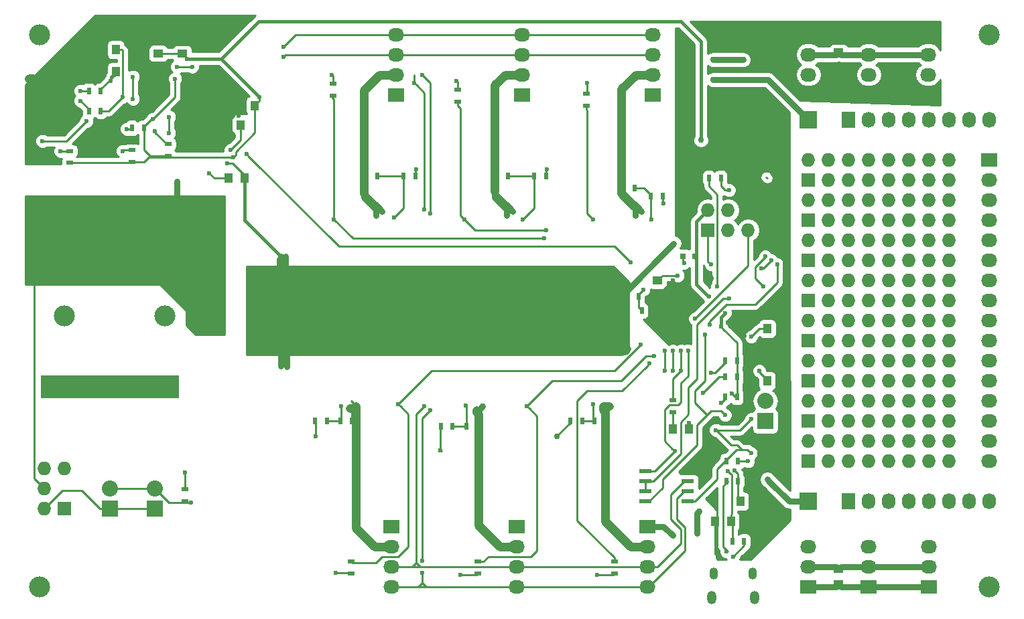
<source format=gbl>
G04 #@! TF.FileFunction,Copper,L2,Bot,Signal*
%FSLAX46Y46*%
G04 Gerber Fmt 4.6, Leading zero omitted, Abs format (unit mm)*
G04 Created by KiCad (PCBNEW 4.0.1-stable) date 11/13/2016 6:28:18 PM*
%MOMM*%
G01*
G04 APERTURE LIST*
%ADD10C,0.100000*%
%ADD11R,0.500000X0.900000*%
%ADD12R,1.000000X1.250000*%
%ADD13R,0.800000X0.750000*%
%ADD14O,1.100000X1.500000*%
%ADD15O,1.200000X1.700000*%
%ADD16R,1.250000X1.000000*%
%ADD17R,1.550000X0.600000*%
%ADD18R,2.032000X1.727200*%
%ADD19O,2.032000X1.727200*%
%ADD20R,0.900000X0.500000*%
%ADD21R,1.727200X1.727200*%
%ADD22O,1.727200X1.727200*%
%ADD23R,11.000000X3.000000*%
%ADD24O,1.500000X1.100000*%
%ADD25O,1.700000X1.200000*%
%ADD26R,1.000000X3.200000*%
%ADD27R,2.032000X2.032000*%
%ADD28O,2.032000X2.032000*%
%ADD29C,2.650000*%
%ADD30R,1.727200X2.032000*%
%ADD31O,1.727200X2.032000*%
%ADD32R,2.235200X2.235200*%
%ADD33C,0.600000*%
%ADD34C,0.750000*%
%ADD35C,0.250000*%
%ADD36C,1.100000*%
%ADD37C,0.800000*%
%ADD38C,0.457200*%
%ADD39C,0.254000*%
G04 APERTURE END LIST*
D10*
D11*
X137009000Y-113157000D03*
X135509000Y-113157000D03*
D12*
X140827000Y-111125000D03*
X138827000Y-111125000D03*
D13*
X131687000Y-95377000D03*
X130187000Y-95377000D03*
D12*
X140859000Y-104521000D03*
X142859000Y-104521000D03*
X136255000Y-128905000D03*
X134255000Y-128905000D03*
D11*
X136410000Y-131445000D03*
X137910000Y-131445000D03*
D12*
X137430000Y-126365000D03*
X139430000Y-126365000D03*
D14*
X134100000Y-135535000D03*
X138950000Y-135535000D03*
D15*
X133800000Y-138535000D03*
X139250000Y-138535000D03*
D16*
X149860000Y-134890000D03*
X149860000Y-136890000D03*
D11*
X83705000Y-116205000D03*
X85205000Y-116205000D03*
X123087000Y-100457000D03*
X124587000Y-100457000D03*
X124980000Y-102235000D03*
X126480000Y-102235000D03*
D17*
X125410000Y-126365000D03*
X125410000Y-125095000D03*
X125410000Y-123825000D03*
X125410000Y-122555000D03*
X130810000Y-122555000D03*
X130810000Y-123825000D03*
X130810000Y-125095000D03*
X130810000Y-126365000D03*
D18*
X125730000Y-129540000D03*
D19*
X125730000Y-132080000D03*
X125730000Y-134620000D03*
X125730000Y-137160000D03*
D20*
X128905000Y-113550000D03*
X128905000Y-115050000D03*
D21*
X133350000Y-92075000D03*
D22*
X133350000Y-89535000D03*
X135890000Y-92075000D03*
X135890000Y-89535000D03*
X138430000Y-92075000D03*
X138430000Y-89535000D03*
D16*
X127000000Y-98425000D03*
X127000000Y-100425000D03*
D20*
X85979000Y-75033000D03*
X85979000Y-73533000D03*
D23*
X61046000Y-111887000D03*
X54546000Y-111887000D03*
D12*
X74787000Y-85471000D03*
X72787000Y-85471000D03*
X76057000Y-76327000D03*
X74057000Y-76327000D03*
X74295000Y-78740000D03*
X72295000Y-78740000D03*
X58531000Y-72009000D03*
X56531000Y-72009000D03*
X58531000Y-69215000D03*
X56531000Y-69215000D03*
X128921000Y-117221000D03*
X130921000Y-117221000D03*
D16*
X66929000Y-69723000D03*
X66929000Y-67723000D03*
X63881000Y-69691000D03*
X63881000Y-67691000D03*
D18*
X93345000Y-129540000D03*
D19*
X93345000Y-132080000D03*
X93345000Y-134620000D03*
X93345000Y-137160000D03*
D18*
X109220000Y-129540000D03*
D19*
X109220000Y-132080000D03*
X109220000Y-134620000D03*
X109220000Y-137160000D03*
D24*
X50925000Y-73267000D03*
X50925000Y-78117000D03*
D25*
X47925000Y-72967000D03*
X47925000Y-78417000D03*
D11*
X115975000Y-116205000D03*
X117475000Y-116205000D03*
X112891000Y-85217000D03*
X111391000Y-85217000D03*
X86880000Y-116205000D03*
X88380000Y-116205000D03*
X119011000Y-116205000D03*
X120511000Y-116205000D03*
X108077000Y-85217000D03*
X106577000Y-85217000D03*
D20*
X67310000Y-126365000D03*
X67310000Y-124865000D03*
D26*
X76760000Y-101600000D03*
X70560000Y-101600000D03*
D11*
X102870000Y-116840000D03*
X104370000Y-116840000D03*
X124067000Y-86741000D03*
X122567000Y-86741000D03*
X91543000Y-85217000D03*
X90043000Y-85217000D03*
X99580000Y-116840000D03*
X101080000Y-116840000D03*
X127611000Y-87757000D03*
X126111000Y-87757000D03*
X96381000Y-85217000D03*
X94881000Y-85217000D03*
X56630000Y-74422000D03*
X55130000Y-74422000D03*
X56630000Y-76962000D03*
X55130000Y-76962000D03*
D20*
X65151000Y-82677000D03*
X65151000Y-81177000D03*
D11*
X137033000Y-108585000D03*
X135533000Y-108585000D03*
X137160000Y-123825000D03*
X135660000Y-123825000D03*
X135660000Y-121285000D03*
X137160000Y-121285000D03*
D21*
X52070000Y-127254000D03*
D22*
X49530000Y-127254000D03*
X49530000Y-124714000D03*
X52070000Y-122174000D03*
X49530000Y-122174000D03*
D20*
X88265000Y-133997000D03*
X88265000Y-135497000D03*
X60579000Y-83439000D03*
X60579000Y-81939000D03*
X104267000Y-133985000D03*
X104267000Y-135485000D03*
X52705000Y-83542000D03*
X52705000Y-82042000D03*
X121539000Y-133985000D03*
X121539000Y-135485000D03*
D11*
X137033000Y-110629000D03*
X135533000Y-110629000D03*
D20*
X117983000Y-76315000D03*
X117983000Y-74815000D03*
X101727000Y-75807000D03*
X101727000Y-74307000D03*
D11*
X62091000Y-79121000D03*
X60591000Y-79121000D03*
X133477000Y-85471000D03*
X134977000Y-85471000D03*
D18*
X126365000Y-74930000D03*
D19*
X126365000Y-72390000D03*
X126365000Y-69850000D03*
X126365000Y-67310000D03*
D18*
X109855000Y-74930000D03*
D19*
X109855000Y-72390000D03*
X109855000Y-69850000D03*
X109855000Y-67310000D03*
D18*
X93980000Y-74930000D03*
D19*
X93980000Y-72390000D03*
X93980000Y-69850000D03*
X93980000Y-67310000D03*
D23*
X54546000Y-92837000D03*
X61046000Y-92837000D03*
D27*
X63500000Y-127254000D03*
D28*
X63500000Y-124714000D03*
D27*
X57785000Y-127254000D03*
D28*
X57785000Y-124714000D03*
D29*
X48895000Y-137160000D03*
X168910000Y-137160000D03*
X168910000Y-67310000D03*
X48895000Y-67310000D03*
D18*
X146050000Y-137160000D03*
D19*
X146050000Y-134620000D03*
X146050000Y-132080000D03*
D18*
X153670000Y-137160000D03*
D19*
X153670000Y-134620000D03*
X153670000Y-132080000D03*
D18*
X161290000Y-137160000D03*
D19*
X161290000Y-134620000D03*
X161290000Y-132080000D03*
D18*
X146050000Y-67310000D03*
D19*
X146050000Y-69850000D03*
X146050000Y-72390000D03*
D18*
X153670000Y-67310000D03*
D19*
X153670000Y-69850000D03*
X153670000Y-72390000D03*
D18*
X161137600Y-67310000D03*
D19*
X161137600Y-69850000D03*
X161137600Y-72390000D03*
D30*
X151130000Y-126365000D03*
D31*
X153670000Y-126365000D03*
X156210000Y-126365000D03*
X158750000Y-126365000D03*
X161290000Y-126365000D03*
X163830000Y-126365000D03*
X166370000Y-126365000D03*
X168910000Y-126365000D03*
D21*
X146050000Y-121285000D03*
D22*
X146050000Y-118745000D03*
X148590000Y-121285000D03*
X148590000Y-118745000D03*
X151130000Y-121285000D03*
X151130000Y-118745000D03*
X153670000Y-121285000D03*
X153670000Y-118745000D03*
X156210000Y-121285000D03*
X156210000Y-118745000D03*
X158750000Y-121285000D03*
X158750000Y-118745000D03*
X161290000Y-121285000D03*
X161290000Y-118745000D03*
X163830000Y-121285000D03*
X163830000Y-118745000D03*
D21*
X146050000Y-116205000D03*
D22*
X146050000Y-113665000D03*
X148590000Y-116205000D03*
X148590000Y-113665000D03*
X151130000Y-116205000D03*
X151130000Y-113665000D03*
X153670000Y-116205000D03*
X153670000Y-113665000D03*
X156210000Y-116205000D03*
X156210000Y-113665000D03*
X158750000Y-116205000D03*
X158750000Y-113665000D03*
X161290000Y-116205000D03*
X161290000Y-113665000D03*
X163830000Y-116205000D03*
X163830000Y-113665000D03*
D21*
X146050000Y-111125000D03*
D22*
X146050000Y-108585000D03*
X148590000Y-111125000D03*
X148590000Y-108585000D03*
X151130000Y-111125000D03*
X151130000Y-108585000D03*
X153670000Y-111125000D03*
X153670000Y-108585000D03*
X156210000Y-111125000D03*
X156210000Y-108585000D03*
X158750000Y-111125000D03*
X158750000Y-108585000D03*
X161290000Y-111125000D03*
X161290000Y-108585000D03*
X163830000Y-111125000D03*
X163830000Y-108585000D03*
D21*
X146050000Y-106045000D03*
D22*
X146050000Y-103505000D03*
X148590000Y-106045000D03*
X148590000Y-103505000D03*
X151130000Y-106045000D03*
X151130000Y-103505000D03*
X153670000Y-106045000D03*
X153670000Y-103505000D03*
X156210000Y-106045000D03*
X156210000Y-103505000D03*
X158750000Y-106045000D03*
X158750000Y-103505000D03*
X161290000Y-106045000D03*
X161290000Y-103505000D03*
X163830000Y-106045000D03*
X163830000Y-103505000D03*
D18*
X168910000Y-83185000D03*
D19*
X168910000Y-85725000D03*
X168910000Y-88265000D03*
X168910000Y-90805000D03*
X168910000Y-93345000D03*
X168910000Y-95885000D03*
X168910000Y-98425000D03*
X168910000Y-100965000D03*
X168910000Y-103505000D03*
X168910000Y-106045000D03*
X168910000Y-108585000D03*
X168910000Y-111125000D03*
X168910000Y-113665000D03*
X168910000Y-116205000D03*
X168910000Y-118745000D03*
X168910000Y-121285000D03*
D21*
X146050000Y-100965000D03*
D22*
X146050000Y-98425000D03*
X148590000Y-100965000D03*
X148590000Y-98425000D03*
X151130000Y-100965000D03*
X151130000Y-98425000D03*
X153670000Y-100965000D03*
X153670000Y-98425000D03*
X156210000Y-100965000D03*
X156210000Y-98425000D03*
X158750000Y-100965000D03*
X158750000Y-98425000D03*
X161290000Y-100965000D03*
X161290000Y-98425000D03*
X163830000Y-100965000D03*
X163830000Y-98425000D03*
D21*
X146050000Y-95885000D03*
D22*
X146050000Y-93345000D03*
X148590000Y-95885000D03*
X148590000Y-93345000D03*
X151130000Y-95885000D03*
X151130000Y-93345000D03*
X153670000Y-95885000D03*
X153670000Y-93345000D03*
X156210000Y-95885000D03*
X156210000Y-93345000D03*
X158750000Y-95885000D03*
X158750000Y-93345000D03*
X161290000Y-95885000D03*
X161290000Y-93345000D03*
X163830000Y-95885000D03*
X163830000Y-93345000D03*
D21*
X146050000Y-90805000D03*
D22*
X146050000Y-88265000D03*
X148590000Y-90805000D03*
X148590000Y-88265000D03*
X151130000Y-90805000D03*
X151130000Y-88265000D03*
X153670000Y-90805000D03*
X153670000Y-88265000D03*
X156210000Y-90805000D03*
X156210000Y-88265000D03*
X158750000Y-90805000D03*
X158750000Y-88265000D03*
X161290000Y-90805000D03*
X161290000Y-88265000D03*
X163830000Y-90805000D03*
X163830000Y-88265000D03*
D21*
X146050000Y-85725000D03*
D22*
X146050000Y-83185000D03*
X148590000Y-85725000D03*
X148590000Y-83185000D03*
X151130000Y-85725000D03*
X151130000Y-83185000D03*
X153670000Y-85725000D03*
X153670000Y-83185000D03*
X156210000Y-85725000D03*
X156210000Y-83185000D03*
X158750000Y-85725000D03*
X158750000Y-83185000D03*
X161290000Y-85725000D03*
X161290000Y-83185000D03*
X163830000Y-85725000D03*
X163830000Y-83185000D03*
D30*
X151130000Y-78105000D03*
D31*
X153670000Y-78105000D03*
X156210000Y-78105000D03*
X158750000Y-78105000D03*
X161290000Y-78105000D03*
X163830000Y-78105000D03*
X166370000Y-78105000D03*
X168910000Y-78105000D03*
D29*
X52070000Y-102870000D03*
X64770000Y-102870000D03*
D32*
X146050000Y-126365000D03*
X146050000Y-78105000D03*
D16*
X149860000Y-69580000D03*
X149860000Y-67580000D03*
D27*
X140589000Y-116205000D03*
D28*
X140589000Y-113665000D03*
D33*
X88900000Y-114300000D03*
X88138000Y-114554000D03*
X139827000Y-118491000D03*
X131445000Y-100711000D03*
X135820686Y-103759000D03*
X129921000Y-101981000D03*
X139827000Y-120268996D03*
D34*
X132207000Y-127635000D03*
X131953000Y-130429000D03*
X128905000Y-130683000D03*
D33*
X131445000Y-121285000D03*
D34*
X133731000Y-98171000D03*
D33*
X137939383Y-105473081D03*
X138049000Y-110109000D03*
X69723004Y-80645000D03*
X67945000Y-78867000D03*
X72009000Y-80898996D03*
X128905000Y-98425000D03*
X137795000Y-133350000D03*
X134620000Y-133350000D03*
X83820004Y-118110000D03*
D34*
X114300000Y-118110000D03*
D33*
X62738000Y-68834000D03*
X74041000Y-77597000D03*
X70358000Y-84836000D03*
X54102000Y-72644000D03*
X127762000Y-88646000D03*
X113030000Y-84328000D03*
X96520000Y-84328000D03*
X99568000Y-119888000D03*
D34*
X107950000Y-90170000D03*
X108712000Y-89662000D03*
X123063000Y-107060998D03*
X95885000Y-104140000D03*
X95885000Y-100330000D03*
D33*
X129031996Y-93726000D03*
X80010000Y-95377000D03*
X80137000Y-109347000D03*
D34*
X103505000Y-97790000D03*
D33*
X79375000Y-109220000D03*
X79375000Y-95377000D03*
X72644000Y-83566000D03*
D34*
X121285000Y-97155000D03*
X119380000Y-97155000D03*
X121285000Y-107315000D03*
X92710000Y-107314996D03*
X90805000Y-107314996D03*
X87630000Y-97155000D03*
X89535000Y-97154996D03*
X107950004Y-107315000D03*
X106680000Y-107315000D03*
X105410000Y-97790000D03*
D33*
X138811000Y-115951004D03*
X136325508Y-112703016D03*
X134366000Y-117348000D03*
X135001000Y-104267004D03*
X133477000Y-100456996D03*
X135508996Y-102527011D03*
X138811000Y-120269000D03*
D34*
X132460998Y-80645000D03*
D33*
X76708000Y-75184000D03*
X63245998Y-77978000D03*
X67564000Y-70358000D03*
X66040000Y-72898000D03*
X73406000Y-82804000D03*
X73025000Y-81915000D03*
D34*
X104140000Y-114807996D03*
X104902000Y-114300000D03*
X92202000Y-89661990D03*
X91440000Y-90170000D03*
D33*
X57912000Y-73152000D03*
X60706000Y-72644000D03*
X60706000Y-75438000D03*
X59436000Y-75184000D03*
X130937000Y-116459000D03*
X138811000Y-105537000D03*
X139827000Y-109854998D03*
X136727156Y-122486253D03*
X135890000Y-122555000D03*
X129540000Y-97790000D03*
X86359996Y-135382000D03*
X59436000Y-82042000D03*
X65278000Y-79756000D03*
X65278000Y-77724000D03*
X102108000Y-135636000D03*
X51562000Y-82042000D03*
X49276000Y-80772000D03*
X54864000Y-78232000D03*
X119380000Y-135636000D03*
X135001000Y-113919000D03*
X118110000Y-73406000D03*
X132715000Y-112648998D03*
X101600000Y-73152000D03*
X85852000Y-72390000D03*
X59944000Y-79248000D03*
X136017000Y-86995000D03*
X126539814Y-107955840D03*
X110490001Y-114300001D03*
X125981778Y-108909152D03*
X118872000Y-90678000D03*
X112903000Y-92036987D03*
X102616000Y-90678000D03*
X112649002Y-93091000D03*
X86106000Y-90678000D03*
X134493000Y-99187000D03*
X136017000Y-100710998D03*
X133731002Y-96392998D03*
X130311607Y-96183609D03*
X75057000Y-82423000D03*
X123571000Y-96138996D03*
X125222000Y-99568000D03*
X131699000Y-103251000D03*
X129921000Y-107315000D03*
X129921000Y-109855004D03*
X133731000Y-110109000D03*
X135509010Y-115443000D03*
X132969000Y-105283000D03*
X129159000Y-120015004D03*
X130819980Y-107315000D03*
X124841000Y-106553000D03*
X94234000Y-114046000D03*
X97536000Y-114300002D03*
X96266000Y-73405990D03*
X97536000Y-89408000D03*
X79756000Y-70104000D03*
X97282000Y-133858002D03*
X97282000Y-135382002D03*
X98298000Y-114808000D03*
X98298000Y-89916004D03*
X97282000Y-72389994D03*
X79756000Y-68834000D03*
X66294000Y-85852000D03*
X54102000Y-74422004D03*
X54102000Y-75691998D03*
X135724987Y-132715000D03*
X136525000Y-133350000D03*
X86995000Y-114300000D03*
X118872000Y-114046000D03*
X109982000Y-90678000D03*
X102758331Y-114225554D03*
X126238000Y-90678000D03*
X93726000Y-90424000D03*
X63500000Y-79502000D03*
X138430000Y-121285000D03*
X66294000Y-71374000D03*
X68189010Y-71374000D03*
X67310000Y-122682000D03*
X68072000Y-126492000D03*
X133543779Y-104013000D03*
X142113000Y-96393000D03*
X140589000Y-95377000D03*
X140335000Y-99187000D03*
X141351000Y-95885004D03*
X140080998Y-96901000D03*
X127888998Y-109855000D03*
X127889000Y-107315000D03*
X128905000Y-109855000D03*
X128905000Y-107315000D03*
X140842998Y-123571000D03*
X120142000Y-114300000D03*
X120904000Y-114299990D03*
D34*
X133985000Y-73025000D03*
X124968000Y-89662002D03*
X124206004Y-90170000D03*
X137795000Y-70485000D03*
X133985000Y-70485000D03*
D35*
X140716000Y-85344000D02*
X140843000Y-85471000D01*
X88380000Y-116205000D02*
X88380000Y-114820000D01*
X88380000Y-114820000D02*
X88900000Y-114300000D01*
D36*
X88900000Y-129751000D02*
X88900000Y-114724264D01*
X91229000Y-132080000D02*
X88900000Y-129751000D01*
D35*
X88600001Y-114000001D02*
X88900000Y-114300000D01*
D36*
X93345000Y-132080000D02*
X91229000Y-132080000D01*
X88646000Y-114554000D02*
X88900000Y-114300000D01*
X88138000Y-114554000D02*
X88646000Y-114554000D01*
D35*
X88265000Y-113665000D02*
X88600001Y-114000001D01*
X88265000Y-113664996D02*
X88265000Y-113665000D01*
D36*
X88900000Y-114724264D02*
X88900000Y-114300000D01*
D35*
X88265000Y-116090000D02*
X88380000Y-116205000D01*
X142875000Y-117475000D02*
X142859000Y-117459000D01*
X142859000Y-117459000D02*
X142859000Y-104521000D01*
X141859000Y-118491000D02*
X142875000Y-117475000D01*
X139827000Y-118491000D02*
X141859000Y-118491000D01*
X142859000Y-104521000D02*
X142859000Y-103489000D01*
X142859000Y-103489000D02*
X141859000Y-102489000D01*
X141859000Y-102489000D02*
X140081000Y-102489000D01*
X140081000Y-102489000D02*
X137939383Y-104630617D01*
X137939383Y-104630617D02*
X137939383Y-105473081D01*
X139430000Y-126365000D02*
X139827000Y-125968000D01*
X139827000Y-125968000D02*
X139827000Y-120523000D01*
X139827000Y-120523000D02*
X139827000Y-120268996D01*
D37*
X161290000Y-67310000D02*
X153670000Y-67310000D01*
X153670000Y-137160000D02*
X161290000Y-137160000D01*
X131953000Y-130429000D02*
X131953000Y-127889000D01*
X131953000Y-127889000D02*
X132207000Y-127635000D01*
X125730000Y-129540000D02*
X127762000Y-129540000D01*
X127762000Y-129540000D02*
X128905000Y-130683000D01*
D35*
X131445000Y-121285000D02*
X130937000Y-121793000D01*
X130937000Y-121793000D02*
X130937000Y-122428000D01*
X130937000Y-122428000D02*
X130810000Y-122555000D01*
X138430000Y-89535000D02*
X142859000Y-93964000D01*
X142859000Y-93964000D02*
X142859000Y-104521000D01*
X138827000Y-111000000D02*
X138049000Y-110222000D01*
X138049000Y-110222000D02*
X138049000Y-110109000D01*
X138827000Y-111125000D02*
X138827000Y-111000000D01*
X69723000Y-80645000D02*
X69723004Y-80645000D01*
X67945000Y-78867000D02*
X69723000Y-80645000D01*
X72295000Y-78740000D02*
X72295000Y-80612996D01*
X72295000Y-80612996D02*
X72009000Y-80898996D01*
X126480000Y-102235000D02*
X126480000Y-100945000D01*
X126480000Y-100945000D02*
X127000000Y-100425000D01*
X127000000Y-100330000D02*
X128905000Y-98425000D01*
X139430000Y-126365000D02*
X139430000Y-131715000D01*
X139430000Y-131715000D02*
X137795000Y-133350000D01*
X134255000Y-128905000D02*
X134255000Y-132985000D01*
X134255000Y-132985000D02*
X134620000Y-133350000D01*
D37*
X153670000Y-67310000D02*
X150130000Y-67310000D01*
X150130000Y-67310000D02*
X149860000Y-67580000D01*
X146050000Y-67310000D02*
X149590000Y-67310000D01*
X149590000Y-67310000D02*
X149860000Y-67580000D01*
X153670000Y-137160000D02*
X150130000Y-137160000D01*
X150130000Y-137160000D02*
X149860000Y-136890000D01*
X146050000Y-137160000D02*
X149590000Y-137160000D01*
X149590000Y-137160000D02*
X149860000Y-136890000D01*
D35*
X83820004Y-118110000D02*
X83820004Y-116320004D01*
X83820004Y-116320004D02*
X83705000Y-116205000D01*
X83820000Y-118110004D02*
X83820004Y-118110000D01*
X99568000Y-119888000D02*
X99568000Y-116852000D01*
X99568000Y-116852000D02*
X99580000Y-116840000D01*
X115975000Y-116205000D02*
X115975000Y-116405000D01*
X115975000Y-116405000D02*
X114300000Y-118080000D01*
X114300000Y-118080000D02*
X114300000Y-118110000D01*
X62738000Y-68834000D02*
X63881000Y-67691000D01*
X74041000Y-77597000D02*
X74041000Y-76343000D01*
X74041000Y-76343000D02*
X74057000Y-76327000D01*
X72787000Y-85471000D02*
X70993000Y-85471000D01*
X70993000Y-85471000D02*
X70358000Y-84836000D01*
X66929000Y-67723000D02*
X63913000Y-67723000D01*
X63913000Y-67723000D02*
X63881000Y-67691000D01*
X56531000Y-72009000D02*
X54737000Y-72009000D01*
X54737000Y-72009000D02*
X54102000Y-72644000D01*
X56531000Y-69215000D02*
X56531000Y-70090000D01*
X56531000Y-70090000D02*
X56531000Y-72009000D01*
X127611000Y-87757000D02*
X127611000Y-88495000D01*
X127611000Y-88495000D02*
X127762000Y-88646000D01*
X112891000Y-85217000D02*
X112891000Y-84467000D01*
X112891000Y-84467000D02*
X113030000Y-84328000D01*
X96381000Y-85217000D02*
X96381000Y-84467000D01*
X96381000Y-84467000D02*
X96520000Y-84328000D01*
X99683000Y-120003000D02*
X99568000Y-119888000D01*
D37*
X106426000Y-87630000D02*
X106426000Y-87884000D01*
X106426000Y-87884000D02*
X107950000Y-89408000D01*
X107950000Y-89408000D02*
X107950000Y-90170000D01*
X106680000Y-87630000D02*
X108337001Y-89287001D01*
X108337001Y-89287001D02*
X108712000Y-89662000D01*
X106426000Y-87630000D02*
X106680000Y-87630000D01*
X106426000Y-87122000D02*
X106426000Y-87630000D01*
D35*
X106577000Y-85217000D02*
X106577000Y-85917000D01*
X106577000Y-85917000D02*
X106426000Y-86068000D01*
X106426000Y-86068000D02*
X106426000Y-86868000D01*
D36*
X109855000Y-72390000D02*
X107739000Y-72390000D01*
X107739000Y-72390000D02*
X106426000Y-73703000D01*
X106426000Y-73703000D02*
X106426000Y-87122000D01*
X122808998Y-107315000D02*
X123063000Y-107060998D01*
X121285000Y-107315000D02*
X122808998Y-107315000D01*
X95885000Y-104140000D02*
X98679000Y-101346000D01*
X98679000Y-101346000D02*
X100076000Y-101346000D01*
D37*
X122442864Y-100412872D02*
X122442864Y-100315132D01*
X122442864Y-100315132D02*
X128731997Y-94025999D01*
X128731997Y-94025999D02*
X129031996Y-93726000D01*
D36*
X123190000Y-99060000D02*
X121659999Y-97529999D01*
X121659999Y-97529999D02*
X121285000Y-97155000D01*
D37*
X79375000Y-95377000D02*
X79375000Y-100285000D01*
X79375000Y-100285000D02*
X78060000Y-101600000D01*
X78060000Y-101600000D02*
X76760000Y-101600000D01*
X80010000Y-95377000D02*
X80010000Y-99650000D01*
X80010000Y-99650000D02*
X78060000Y-101600000D01*
X79375000Y-109220000D02*
X79375000Y-102915000D01*
X79375000Y-102915000D02*
X78060000Y-101600000D01*
X80137000Y-107315000D02*
X79375000Y-108077000D01*
X79375000Y-108077000D02*
X79375000Y-109220000D01*
X80137000Y-109347000D02*
X80137000Y-107315000D01*
D36*
X103505000Y-97790000D02*
X103505000Y-97917000D01*
X103505000Y-97917000D02*
X100076000Y-101346000D01*
X103505000Y-104140000D02*
X106305001Y-106940001D01*
X103505000Y-97790000D02*
X103505000Y-104140000D01*
X106305001Y-106940001D02*
X106680000Y-107315000D01*
D38*
X74787000Y-85471000D02*
X74787000Y-90789000D01*
X74787000Y-90789000D02*
X79375000Y-95377000D01*
X79375000Y-95377000D02*
X79075001Y-95676999D01*
X79075001Y-95676999D02*
X79075001Y-98184999D01*
X79075001Y-98184999D02*
X76760000Y-100500000D01*
X76760000Y-100500000D02*
X76760000Y-101600000D01*
D35*
X75089000Y-85471000D02*
X75089000Y-85346000D01*
X75089000Y-85346000D02*
X73309000Y-83566000D01*
X73309000Y-83566000D02*
X72644000Y-83566000D01*
D36*
X119380000Y-97685330D02*
X119380000Y-97155000D01*
X119640001Y-105670001D02*
X119380000Y-105410000D01*
X119380000Y-105410000D02*
X119380000Y-97685330D01*
X119640001Y-105670001D02*
X121285000Y-107315000D01*
X122024670Y-107315000D02*
X121285000Y-107315000D01*
X90430001Y-106939997D02*
X90805000Y-107314996D01*
X85090004Y-101600000D02*
X90430001Y-106939997D01*
X87255001Y-97529999D02*
X87630000Y-97155000D01*
X83185000Y-101600000D02*
X87255001Y-97529999D01*
X107575005Y-106940001D02*
X107950004Y-107315000D01*
X105784999Y-99434999D02*
X105784999Y-105149995D01*
X105784999Y-105149995D02*
X107575005Y-106940001D01*
X105410000Y-99060000D02*
X105410000Y-97790000D01*
X112020001Y-105670001D02*
X105784999Y-99434999D01*
X119640001Y-105670001D02*
X112020001Y-105670001D01*
X105784999Y-99434999D02*
X105410000Y-99060000D01*
D35*
X137414004Y-117348000D02*
X138511001Y-116251003D01*
X134366000Y-117348000D02*
X137414004Y-117348000D01*
X138511001Y-116251003D02*
X138811000Y-115951004D01*
X137009000Y-113157000D02*
X136779492Y-113157000D01*
X136779492Y-113157000D02*
X136325508Y-112703016D01*
X137009000Y-113157000D02*
X137009000Y-112457000D01*
X137009000Y-112457000D02*
X137033000Y-112433000D01*
X137033000Y-112433000D02*
X137033000Y-111379000D01*
X136271000Y-119253000D02*
X134665999Y-117647999D01*
X137033000Y-119253000D02*
X136271000Y-119253000D01*
X134665999Y-117647999D02*
X134366000Y-117348000D01*
X135001004Y-104267004D02*
X135001000Y-104267004D01*
D38*
X135508996Y-102527011D02*
X135001000Y-103035007D01*
X135255000Y-102781007D02*
X135001000Y-103035007D01*
D35*
X137033000Y-106299000D02*
X135300999Y-104566999D01*
X135255000Y-104691264D02*
X135300999Y-104645265D01*
X135300999Y-104645265D02*
X135300999Y-104566999D01*
D38*
X135001000Y-103035007D02*
X135001000Y-104267004D01*
D35*
X135300999Y-104566999D02*
X135001004Y-104267004D01*
X137033000Y-111379000D02*
X137033000Y-106299000D01*
X130810000Y-126365000D02*
X131699000Y-126365000D01*
X131699000Y-126365000D02*
X134493000Y-123571000D01*
X134493000Y-123571000D02*
X134493000Y-122301000D01*
X134493000Y-122301000D02*
X135509000Y-121285000D01*
X135509000Y-121285000D02*
X135660000Y-121285000D01*
D38*
X131907001Y-90977999D02*
X131907001Y-95885000D01*
X131907001Y-95885000D02*
X131907001Y-98886997D01*
D35*
X131687000Y-95377000D02*
X131687000Y-95664999D01*
X131687000Y-95664999D02*
X131907001Y-95885000D01*
X137033000Y-108585000D02*
X137033000Y-110629000D01*
X137033000Y-110629000D02*
X137033000Y-111379000D01*
D38*
X133177001Y-100156997D02*
X133477000Y-100456996D01*
X131907001Y-98886997D02*
X133177001Y-100156997D01*
X133350000Y-89535000D02*
X131907001Y-90977999D01*
D35*
X137592699Y-119812699D02*
X138208159Y-119812699D01*
X135660000Y-121285000D02*
X135660000Y-121085000D01*
X137033000Y-119253000D02*
X137592699Y-119812699D01*
X136932301Y-119812699D02*
X138208159Y-119812699D01*
X135660000Y-121085000D02*
X136932301Y-119812699D01*
X138430000Y-120027073D02*
X138488072Y-119969001D01*
X138208159Y-119812699D02*
X138354699Y-119812699D01*
X138511001Y-119969001D02*
X138811000Y-120269000D01*
X138354699Y-119812699D02*
X138511001Y-119969001D01*
X138488072Y-119969001D02*
X138511001Y-119969001D01*
D38*
X132460998Y-80114670D02*
X132460998Y-80645000D01*
X132460998Y-68198998D02*
X132460998Y-80114670D01*
X129921000Y-65659000D02*
X132460998Y-68198998D01*
X76581000Y-65659000D02*
X129921000Y-65659000D01*
X71882000Y-70358000D02*
X76581000Y-65659000D01*
X67564000Y-70358000D02*
X71882000Y-70358000D01*
X71882000Y-70358000D02*
X76708000Y-75184000D01*
D35*
X73669998Y-82540002D02*
X73669998Y-82122998D01*
X76057000Y-77202000D02*
X76057000Y-76327000D01*
X73669998Y-82122998D02*
X76057000Y-79735996D01*
X76057000Y-79735996D02*
X76057000Y-77202000D01*
X73406000Y-82804000D02*
X73669998Y-82540002D01*
X76708000Y-75184000D02*
X76708000Y-75676000D01*
X76708000Y-75676000D02*
X76057000Y-76327000D01*
X63034000Y-77978000D02*
X63245998Y-77978000D01*
X62091000Y-78921000D02*
X63034000Y-77978000D01*
X62091000Y-79121000D02*
X62091000Y-78921000D01*
X66040000Y-75183998D02*
X63545997Y-77678001D01*
X66040000Y-72898000D02*
X66040000Y-75183998D01*
X63545997Y-77678001D02*
X63245998Y-77978000D01*
X67564000Y-70358000D02*
X66929000Y-69723000D01*
X63881000Y-69691000D02*
X66897000Y-69691000D01*
X66897000Y-69691000D02*
X66929000Y-69723000D01*
X62865000Y-82677000D02*
X62091000Y-81903000D01*
X62091000Y-81903000D02*
X62091000Y-79121000D01*
X65151000Y-82677000D02*
X62865000Y-82677000D01*
X62865000Y-82677000D02*
X62738000Y-82804000D01*
X52705000Y-83542000D02*
X60476000Y-83542000D01*
X60476000Y-83542000D02*
X60579000Y-83439000D01*
X62738000Y-82804000D02*
X62103000Y-83439000D01*
X62103000Y-83439000D02*
X60579000Y-83439000D01*
X73406000Y-82804000D02*
X62738000Y-82804000D01*
X73324999Y-81615001D02*
X73025000Y-81915000D01*
X74295000Y-80645000D02*
X73324999Y-81615001D01*
X74295000Y-78740000D02*
X74295000Y-80645000D01*
X104140000Y-114807996D02*
X104140000Y-116610000D01*
X104140000Y-116610000D02*
X104370000Y-116840000D01*
D36*
X104140000Y-115062000D02*
X104140000Y-114807996D01*
X104260999Y-115182999D02*
X104140000Y-115062000D01*
D37*
X104394004Y-114807996D02*
X104140000Y-114807996D01*
X104902000Y-114300000D02*
X104394004Y-114807996D01*
D35*
X104763000Y-115685000D02*
X104260999Y-115182999D01*
D36*
X109220000Y-132080000D02*
X107104000Y-132080000D01*
X104394000Y-115316000D02*
X104260999Y-115182999D01*
X104394000Y-129370000D02*
X104394000Y-115316000D01*
D35*
X104763000Y-116459000D02*
X104763000Y-115685000D01*
D36*
X107104000Y-132080000D02*
X104394000Y-129370000D01*
D37*
X89916000Y-87630000D02*
X89916000Y-87884000D01*
X89916000Y-87884000D02*
X91440000Y-89408000D01*
X91440000Y-89408000D02*
X91440000Y-90170000D01*
X91827001Y-89286991D02*
X92202000Y-89661990D01*
X90170010Y-87630000D02*
X91827001Y-89286991D01*
X89916000Y-87630000D02*
X90170010Y-87630000D01*
X89916000Y-85344000D02*
X89916000Y-87630000D01*
D35*
X90043000Y-85217000D02*
X90043000Y-87249000D01*
X90043000Y-87249000D02*
X89916000Y-87376000D01*
D36*
X93980000Y-72390000D02*
X91864000Y-72390000D01*
X91864000Y-72390000D02*
X89916000Y-74338000D01*
X89916000Y-74338000D02*
X89916000Y-87376000D01*
D35*
X57912000Y-73152000D02*
X57912000Y-72628000D01*
X57912000Y-72628000D02*
X58531000Y-72009000D01*
X60706000Y-75438000D02*
X60706000Y-72644000D01*
X58531000Y-72009000D02*
X58531000Y-72321000D01*
X58531000Y-72321000D02*
X56630000Y-74222000D01*
X56630000Y-74222000D02*
X56630000Y-74422000D01*
X58531000Y-69215000D02*
X59281000Y-69215000D01*
X59281000Y-69215000D02*
X59436000Y-69370000D01*
X59436000Y-69370000D02*
X59436000Y-74759736D01*
X59436000Y-74759736D02*
X59436000Y-75184000D01*
X59136001Y-75483999D02*
X59436000Y-75184000D01*
X57658000Y-76962000D02*
X59136001Y-75483999D01*
X56630000Y-76962000D02*
X57658000Y-76962000D01*
X128937000Y-117475000D02*
X128937000Y-115082000D01*
X128937000Y-115082000D02*
X128905000Y-115050000D01*
X130937000Y-117475000D02*
X130937000Y-116459000D01*
X139110999Y-105237001D02*
X138811000Y-105537000D01*
X140859000Y-104521000D02*
X139827000Y-104521000D01*
X139827000Y-104521000D02*
X139110999Y-105237001D01*
X139827000Y-110000000D02*
X139827000Y-109854998D01*
X140827000Y-111000000D02*
X139827000Y-110000000D01*
X140827000Y-111125000D02*
X140827000Y-111000000D01*
X137160000Y-123825000D02*
X137160000Y-126095000D01*
X137160000Y-126095000D02*
X137430000Y-126365000D01*
X137160000Y-123825000D02*
X137160000Y-122919097D01*
X137160000Y-122919097D02*
X136727156Y-122486253D01*
X136255000Y-128905000D02*
X136255000Y-128030000D01*
X136255000Y-128030000D02*
X136340010Y-127944990D01*
X136340010Y-127944990D02*
X136340010Y-123005010D01*
X136340010Y-123005010D02*
X136189999Y-122854999D01*
X136189999Y-122854999D02*
X135890000Y-122555000D01*
X136410000Y-131445000D02*
X136410000Y-129060000D01*
X136410000Y-129060000D02*
X136255000Y-128905000D01*
X129540000Y-97790000D02*
X127635000Y-97790000D01*
X127635000Y-97790000D02*
X127000000Y-98425000D01*
X88392000Y-135382000D02*
X86359996Y-135382000D01*
X60579000Y-81939000D02*
X59539000Y-81939000D01*
X59539000Y-81939000D02*
X59436000Y-82042000D01*
X65278000Y-77724000D02*
X65278000Y-79756000D01*
X102108000Y-135636000D02*
X104116000Y-135636000D01*
X104116000Y-135636000D02*
X104267000Y-135485000D01*
X52705000Y-82042000D02*
X51562000Y-82042000D01*
X54864000Y-78232000D02*
X52324000Y-80772000D01*
X52324000Y-80772000D02*
X49276000Y-80772000D01*
X119380000Y-135636000D02*
X121388000Y-135636000D01*
X121388000Y-135636000D02*
X121539000Y-135485000D01*
X135509000Y-113157000D02*
X135509000Y-113411000D01*
X135509000Y-113411000D02*
X135001000Y-113919000D01*
X118110000Y-73406000D02*
X118110000Y-74688000D01*
X118110000Y-74688000D02*
X117983000Y-74815000D01*
X133014999Y-112348999D02*
X132715000Y-112648998D01*
X134734998Y-110629000D02*
X133014999Y-112348999D01*
X135533000Y-110629000D02*
X134734998Y-110629000D01*
X101727000Y-74307000D02*
X101727000Y-73279000D01*
X101727000Y-73279000D02*
X101600000Y-73152000D01*
X85979000Y-73533000D02*
X85979000Y-72517000D01*
X85979000Y-72517000D02*
X85852000Y-72390000D01*
X59944000Y-79248000D02*
X60464000Y-79248000D01*
X60464000Y-79248000D02*
X60591000Y-79121000D01*
X134977000Y-85471000D02*
X134977000Y-86463000D01*
X134977000Y-86463000D02*
X135509000Y-86995000D01*
X135509000Y-86995000D02*
X136017000Y-86995000D01*
X125553896Y-107955840D02*
X126115550Y-107955840D01*
X126115550Y-107955840D02*
X126539814Y-107955840D01*
X122384736Y-111125000D02*
X125553896Y-107955840D01*
X113665002Y-111125000D02*
X122384736Y-111125000D01*
X110490001Y-114300001D02*
X113665002Y-111125000D01*
X104267000Y-133985000D02*
X104967000Y-133985000D01*
X104967000Y-133985000D02*
X105602000Y-133350000D01*
X105602000Y-133350000D02*
X110998000Y-133350000D01*
X110998000Y-133350000D02*
X111760000Y-132588000D01*
X111760000Y-115570000D02*
X110790000Y-114600000D01*
X111760000Y-132588000D02*
X111760000Y-115570000D01*
X110790000Y-114600000D02*
X110490001Y-114300001D01*
X125681779Y-109209151D02*
X125981778Y-108909152D01*
X122495930Y-112395000D02*
X125681779Y-109209151D01*
X118110000Y-112395000D02*
X122495930Y-112395000D01*
X116840000Y-113665000D02*
X118110000Y-112395000D01*
X116840000Y-128786000D02*
X116840000Y-113665000D01*
X121539000Y-133985000D02*
X121539000Y-133485000D01*
X121539000Y-133485000D02*
X116840000Y-128786000D01*
X118110000Y-76942000D02*
X118110000Y-89916000D01*
X118110000Y-89916000D02*
X118872000Y-90678000D01*
X117983000Y-76315000D02*
X117983000Y-76815000D01*
X117983000Y-76815000D02*
X118110000Y-76942000D01*
X102616000Y-90678000D02*
X103974987Y-92036987D01*
X112478736Y-92036987D02*
X112903000Y-92036987D01*
X103974987Y-92036987D02*
X112478736Y-92036987D01*
X102108000Y-76688000D02*
X102108000Y-90170000D01*
X102108000Y-90170000D02*
X102616000Y-90678000D01*
X101727000Y-75807000D02*
X101727000Y-76307000D01*
X101727000Y-76307000D02*
X102108000Y-76688000D01*
X86106000Y-90678000D02*
X88519000Y-93091000D01*
X112224738Y-93091000D02*
X112649002Y-93091000D01*
X88519000Y-93091000D02*
X112224738Y-93091000D01*
X85852000Y-75184000D02*
X86106000Y-75438000D01*
X86106000Y-75438000D02*
X86106000Y-90678000D01*
X134493000Y-99187000D02*
X134538601Y-99141399D01*
X134538601Y-99141399D02*
X134538601Y-87548601D01*
X134538601Y-87548601D02*
X133477000Y-86487000D01*
X133477000Y-86487000D02*
X133477000Y-85471000D01*
X129921000Y-120339000D02*
X129921000Y-116320982D01*
X130867991Y-111956009D02*
X131953000Y-110871000D01*
X130867991Y-115373991D02*
X130867991Y-111956009D01*
X125410000Y-123825000D02*
X126435000Y-123825000D01*
X126435000Y-123825000D02*
X129921000Y-120339000D01*
X129921000Y-116320982D02*
X130867991Y-115373991D01*
X131953000Y-110871000D02*
X131953000Y-104013000D01*
X131953000Y-104013000D02*
X135255002Y-100710998D01*
X135255002Y-100710998D02*
X136017000Y-100710998D01*
X125410000Y-123825000D02*
X126111000Y-123825000D01*
X125410000Y-125095000D02*
X125410000Y-123825000D01*
X133350000Y-96011996D02*
X133431003Y-96092999D01*
X133350000Y-92075000D02*
X133350000Y-96011996D01*
X133431003Y-96092999D02*
X133731002Y-96392998D01*
X130187000Y-95377000D02*
X130187000Y-96059002D01*
X130187000Y-96059002D02*
X130311607Y-96183609D01*
X130311607Y-96183609D02*
X130231609Y-96183609D01*
X123571000Y-96138996D02*
X121539004Y-94107000D01*
X121539004Y-94107000D02*
X86741000Y-94107000D01*
X86741000Y-94107000D02*
X75356999Y-82722999D01*
X75356999Y-82722999D02*
X75057000Y-82423000D01*
X124587000Y-100457000D02*
X124587000Y-101842000D01*
X124587000Y-101842000D02*
X124980000Y-102235000D01*
X125222000Y-99568000D02*
X124587000Y-100203000D01*
X124587000Y-100203000D02*
X124587000Y-100457000D01*
X131998999Y-102951001D02*
X131699000Y-103251000D01*
X138430000Y-96520000D02*
X131998999Y-102951001D01*
X138430000Y-92075000D02*
X138430000Y-96520000D01*
X129921000Y-109855000D02*
X129921000Y-107315000D01*
X128905000Y-110871004D02*
X129621001Y-110155003D01*
X129621001Y-110155003D02*
X129921000Y-109855004D01*
X128905000Y-113550000D02*
X128905000Y-110871004D01*
X135533000Y-108585000D02*
X135533000Y-108785000D01*
X135533000Y-108785000D02*
X134209000Y-110109000D01*
X134209000Y-110109000D02*
X133731000Y-110109000D01*
X125410000Y-126365000D02*
X125885000Y-126365000D01*
X125885000Y-126365000D02*
X127635000Y-124615000D01*
X127635000Y-124615000D02*
X127635000Y-123571000D01*
X131953000Y-116713000D02*
X133223000Y-115443000D01*
X127635000Y-123571000D02*
X131953000Y-119253000D01*
X131953000Y-119253000D02*
X131953000Y-116713000D01*
X133223000Y-115443000D02*
X133731000Y-114935000D01*
X133731000Y-114935000D02*
X135001010Y-114935000D01*
X135001010Y-114935000D02*
X135509010Y-115443000D01*
X133223000Y-115443000D02*
X131699000Y-113919000D01*
X131699000Y-113919000D02*
X131699000Y-112395000D01*
X131699000Y-112395000D02*
X132969000Y-111125000D01*
X132969000Y-111125000D02*
X132969000Y-105707264D01*
X132969000Y-105707264D02*
X132969000Y-105283000D01*
X132923001Y-105237001D02*
X132969000Y-105283000D01*
X125410000Y-126365000D02*
X124935000Y-126365000D01*
X125410000Y-122555000D02*
X126619004Y-122555000D01*
X126619004Y-122555000D02*
X128859001Y-120315003D01*
X128859001Y-120315003D02*
X129159000Y-120015004D01*
X128859001Y-119715005D02*
X129159000Y-120015004D01*
X130819980Y-107315000D02*
X130819980Y-110480020D01*
X130819980Y-110480020D02*
X129960485Y-111339515D01*
X129960485Y-111339515D02*
X129960485Y-113779517D01*
X129960485Y-113779517D02*
X129567002Y-114173000D01*
X129567002Y-114173000D02*
X128496998Y-114173000D01*
X128496998Y-114173000D02*
X127889000Y-114780998D01*
X127889000Y-114780998D02*
X127889000Y-118745004D01*
X127889000Y-118745004D02*
X128859001Y-119715005D01*
X124541001Y-106852999D02*
X124841000Y-106553000D01*
X121539000Y-109855000D02*
X124541001Y-106852999D01*
X98425000Y-109855000D02*
X121539000Y-109855000D01*
X94234000Y-114046000D02*
X98425000Y-109855000D01*
X88392000Y-134112000D02*
X91367000Y-134112000D01*
X91367000Y-134112000D02*
X92129000Y-133350000D01*
X92129000Y-133350000D02*
X94234000Y-133350000D01*
X94234000Y-133350000D02*
X95504000Y-132080000D01*
X95504000Y-132080000D02*
X95504000Y-115316000D01*
X95504000Y-115316000D02*
X94533999Y-114345999D01*
X94533999Y-114345999D02*
X94234000Y-114046000D01*
X125730000Y-134620000D02*
X126996000Y-134620000D01*
X126996000Y-134620000D02*
X129921000Y-131695000D01*
X129921000Y-131695000D02*
X129921000Y-129921000D01*
X129921000Y-129921000D02*
X128651000Y-128651000D01*
X128651000Y-128651000D02*
X128651000Y-125509000D01*
X128651000Y-125509000D02*
X130335000Y-123825000D01*
X130335000Y-123825000D02*
X130810000Y-123825000D01*
X95885000Y-134620000D02*
X96012000Y-134620000D01*
X96012000Y-134620000D02*
X96520000Y-134112000D01*
X96520000Y-134112000D02*
X96520000Y-133858000D01*
X97536000Y-114300002D02*
X96520000Y-115316002D01*
X96520000Y-115316002D02*
X96520000Y-134112000D01*
X96520000Y-134112000D02*
X97028000Y-134620000D01*
X97028000Y-134620000D02*
X97409000Y-134620000D01*
X96565999Y-73705989D02*
X96266000Y-73405990D01*
X97536000Y-74675990D02*
X96565999Y-73705989D01*
X97536000Y-89408000D02*
X97536000Y-74675990D01*
X96266000Y-72389998D02*
X96266000Y-73405990D01*
X95885000Y-134620000D02*
X97409000Y-134620000D01*
X93345000Y-134620000D02*
X95885000Y-134620000D01*
X97409000Y-134620000D02*
X109220000Y-134620000D01*
X126365000Y-69850000D02*
X126517400Y-69850000D01*
X93980000Y-69850000D02*
X80010000Y-69850000D01*
X80010000Y-69850000D02*
X79756000Y-70104000D01*
X126365000Y-69850000D02*
X109855000Y-69850000D01*
X93980000Y-69850000D02*
X109855000Y-69850000D01*
X109220000Y-134620000D02*
X125730000Y-134620000D01*
X125730000Y-137160000D02*
X125882400Y-137160000D01*
X125882400Y-137160000D02*
X130429000Y-132613400D01*
X130429000Y-132613400D02*
X130429000Y-129667000D01*
X130429000Y-129667000D02*
X129413000Y-128651000D01*
X129413000Y-128651000D02*
X129413000Y-126017000D01*
X129413000Y-126017000D02*
X130335000Y-125095000D01*
X130335000Y-125095000D02*
X130810000Y-125095000D01*
X97282000Y-133433738D02*
X97282000Y-133858002D01*
X97282000Y-115824000D02*
X97282000Y-133433738D01*
X98298000Y-114808000D02*
X97282000Y-115824000D01*
X97282000Y-136652000D02*
X97282000Y-135382002D01*
X97282000Y-136652000D02*
X96774000Y-137160000D01*
X96774000Y-137160000D02*
X96520000Y-137160000D01*
X96520000Y-137160000D02*
X96901000Y-137160000D01*
X97790000Y-137160000D02*
X97282000Y-136652000D01*
X93345000Y-137160000D02*
X96901000Y-137160000D01*
X96901000Y-137160000D02*
X97409000Y-137160000D01*
X98298000Y-89491740D02*
X98298000Y-89916004D01*
X98298000Y-73405994D02*
X98298000Y-89491740D01*
X97282000Y-72389994D02*
X98298000Y-73405994D01*
X97409000Y-137160000D02*
X109220000Y-137160000D01*
X126517400Y-67310000D02*
X126365000Y-67310000D01*
X79756000Y-68834000D02*
X81280000Y-67310000D01*
X81280000Y-67310000D02*
X93980000Y-67310000D01*
X109855000Y-67310000D02*
X126365000Y-67310000D01*
X93980000Y-67310000D02*
X109855000Y-67310000D01*
X109220000Y-137160000D02*
X125730000Y-137160000D01*
X49530000Y-124714000D02*
X48260000Y-123444000D01*
X48260000Y-123444000D02*
X48260000Y-95123000D01*
X48260000Y-95123000D02*
X50546000Y-92837000D01*
X65046000Y-92837000D02*
X65046000Y-97386000D01*
X65046000Y-97386000D02*
X66294000Y-98634000D01*
D37*
X66294000Y-98634000D02*
X66294000Y-85852000D01*
X70560000Y-101600000D02*
X69260000Y-101600000D01*
X69260000Y-101600000D02*
X66294000Y-98634000D01*
D35*
X54102004Y-74422000D02*
X54102000Y-74422004D01*
X54610000Y-74422000D02*
X54102004Y-74422000D01*
X55130000Y-74422000D02*
X54610000Y-74422000D01*
X54102000Y-75734000D02*
X54102000Y-75691998D01*
X55130000Y-76762000D02*
X54102000Y-75734000D01*
X55130000Y-76962000D02*
X55130000Y-76762000D01*
X135660000Y-123825000D02*
X135890000Y-123825000D01*
X135890000Y-123825000D02*
X135255000Y-124460000D01*
X135255000Y-124460000D02*
X135255000Y-132080000D01*
X135255000Y-132080000D02*
X135890000Y-132715000D01*
X135890000Y-132715000D02*
X135724987Y-132715000D01*
X136525000Y-133350000D02*
X137910000Y-131965000D01*
X137910000Y-131965000D02*
X137910000Y-131445000D01*
X85205000Y-116205000D02*
X86880000Y-116205000D01*
X86995000Y-114300000D02*
X86995000Y-116090000D01*
X86995000Y-116090000D02*
X86880000Y-116205000D01*
X119011000Y-116205000D02*
X117475000Y-116205000D01*
X118872000Y-114046000D02*
X118872000Y-116066000D01*
X111391000Y-85217000D02*
X111391000Y-89269000D01*
X111391000Y-89269000D02*
X109982000Y-90678000D01*
X108077000Y-85217000D02*
X111391000Y-85217000D01*
X102870000Y-116840000D02*
X102870000Y-114337223D01*
X102870000Y-114337223D02*
X102758331Y-114225554D01*
X101080000Y-116840000D02*
X102870000Y-116840000D01*
X126111000Y-87757000D02*
X126111000Y-90551000D01*
X126111000Y-90551000D02*
X126238000Y-90678000D01*
X124067000Y-86741000D02*
X125295000Y-86741000D01*
X125295000Y-86741000D02*
X126111000Y-87557000D01*
X126111000Y-87557000D02*
X126111000Y-87757000D01*
X93726000Y-90424000D02*
X94881000Y-89269000D01*
X94881000Y-89269000D02*
X94881000Y-85217000D01*
X91543000Y-85217000D02*
X94881000Y-85217000D01*
X63500000Y-79726000D02*
X63500000Y-79502000D01*
X65151000Y-81177000D02*
X64951000Y-81177000D01*
X64951000Y-81177000D02*
X63500000Y-79726000D01*
X137160000Y-121285000D02*
X138430000Y-121285000D01*
X68189010Y-71374000D02*
X66294000Y-71374000D01*
X67310000Y-124865000D02*
X67310000Y-122682000D01*
X54233000Y-124968000D02*
X51816000Y-124968000D01*
X51816000Y-124968000D02*
X49530000Y-127254000D01*
X57785000Y-127254000D02*
X56519000Y-127254000D01*
X56519000Y-127254000D02*
X54233000Y-124968000D01*
X63500000Y-127254000D02*
X62234000Y-127254000D01*
X62234000Y-127254000D02*
X57785000Y-127254000D01*
X63500000Y-124714000D02*
X65278000Y-126492000D01*
X65278000Y-126492000D02*
X68072000Y-126492000D01*
X63500000Y-124714000D02*
X57785000Y-124714000D01*
X67310000Y-126365000D02*
X67110000Y-126365000D01*
X63935000Y-124714000D02*
X63500000Y-124714000D01*
X68072000Y-126492000D02*
X67437000Y-126492000D01*
X67437000Y-126492000D02*
X67310000Y-126365000D01*
X133543779Y-103588736D02*
X133543779Y-104013000D01*
X139328999Y-101463001D02*
X135669514Y-101463001D01*
X135669514Y-101463001D02*
X133543779Y-103588736D01*
X142113000Y-98679000D02*
X139328999Y-101463001D01*
X142113000Y-96393000D02*
X142113000Y-98679000D01*
X139319000Y-98171000D02*
X139319000Y-96737996D01*
X139319000Y-96737996D02*
X140589000Y-95467996D01*
X140589000Y-95467996D02*
X140589000Y-95377000D01*
X140335000Y-99187000D02*
X139319000Y-98171000D01*
X140335004Y-96901000D02*
X140080998Y-96901000D01*
X141351000Y-95885004D02*
X140335004Y-96901000D01*
X127889000Y-107315000D02*
X127889000Y-109854998D01*
X127889000Y-109854998D02*
X127888998Y-109855000D01*
X128905000Y-107315000D02*
X128905000Y-109855000D01*
D37*
X141142997Y-123870999D02*
X140842998Y-123571000D01*
X146050000Y-126365000D02*
X143636998Y-126365000D01*
X143636998Y-126365000D02*
X141142997Y-123870999D01*
D36*
X120904000Y-114299990D02*
X120142010Y-114299990D01*
D35*
X120441999Y-114599999D02*
X120142000Y-114300000D01*
X120511000Y-114669000D02*
X120441999Y-114599999D01*
X120511000Y-116205000D02*
X120511000Y-114669000D01*
D36*
X123614000Y-132080000D02*
X120396000Y-128862000D01*
X125730000Y-132080000D02*
X123614000Y-132080000D01*
X120142000Y-114724264D02*
X120142000Y-114300000D01*
X120142010Y-114299990D02*
X120142000Y-114300000D01*
X120396000Y-114978264D02*
X120142000Y-114724264D01*
X120396000Y-128862000D02*
X120396000Y-114978264D01*
D38*
X122567000Y-86741000D02*
X122567000Y-87261002D01*
X122567000Y-87261002D02*
X124968000Y-89662002D01*
D37*
X133985000Y-73025000D02*
X140970000Y-73025000D01*
X140970000Y-73025000D02*
X146050000Y-78105000D01*
X122428000Y-87376000D02*
X122428000Y-87630000D01*
X122428000Y-87630000D02*
X123952000Y-89154000D01*
X123952000Y-89154000D02*
X124206000Y-89154000D01*
X124206000Y-89154000D02*
X124206000Y-90169996D01*
X124206000Y-90169996D02*
X124206004Y-90170000D01*
X124593001Y-89287003D02*
X124968000Y-89662002D01*
X122681998Y-87376000D02*
X124593001Y-89287003D01*
X122428000Y-87376000D02*
X122681998Y-87376000D01*
D36*
X126365000Y-72390000D02*
X124249000Y-72390000D01*
X124249000Y-72390000D02*
X122428000Y-74211000D01*
X122428000Y-74211000D02*
X122428000Y-87376000D01*
D37*
X153670000Y-69850000D02*
X161290000Y-69850000D01*
X153670000Y-69850000D02*
X150130000Y-69850000D01*
X150130000Y-69850000D02*
X149860000Y-69580000D01*
X146050000Y-69850000D02*
X149590000Y-69850000D01*
X149590000Y-69850000D02*
X149860000Y-69580000D01*
X133985000Y-70485000D02*
X137795000Y-70485000D01*
X153670000Y-134620000D02*
X161290000Y-134620000D01*
X153670000Y-134620000D02*
X150130000Y-134620000D01*
X150130000Y-134620000D02*
X149860000Y-134890000D01*
X146050000Y-134620000D02*
X149590000Y-134620000D01*
X149590000Y-134620000D02*
X149860000Y-134890000D01*
D39*
G36*
X72263000Y-105283000D02*
X68632606Y-105283000D01*
X67437000Y-104087394D01*
X67437000Y-102235000D01*
X67426994Y-102185590D01*
X67399803Y-102145197D01*
X64224803Y-98970197D01*
X64182789Y-98942334D01*
X64135000Y-98933000D01*
X47117000Y-98933000D01*
X47117000Y-87757000D01*
X72263000Y-87757000D01*
X72263000Y-105283000D01*
X72263000Y-105283000D01*
G37*
X72263000Y-105283000D02*
X68632606Y-105283000D01*
X67437000Y-104087394D01*
X67437000Y-102235000D01*
X67426994Y-102185590D01*
X67399803Y-102145197D01*
X64224803Y-98970197D01*
X64182789Y-98942334D01*
X64135000Y-98933000D01*
X47117000Y-98933000D01*
X47117000Y-87757000D01*
X72263000Y-87757000D01*
X72263000Y-105283000D01*
G36*
X75970343Y-65048342D02*
X71524286Y-69494400D01*
X68201440Y-69494400D01*
X68201440Y-69223000D01*
X68157162Y-68987683D01*
X68018090Y-68771559D01*
X67805890Y-68626569D01*
X67554000Y-68575560D01*
X66304000Y-68575560D01*
X66068683Y-68619838D01*
X65852559Y-68758910D01*
X65734975Y-68931000D01*
X65093279Y-68931000D01*
X64970090Y-68739559D01*
X64757890Y-68594569D01*
X64506000Y-68543560D01*
X63256000Y-68543560D01*
X63020683Y-68587838D01*
X62804559Y-68726910D01*
X62659569Y-68939110D01*
X62608560Y-69191000D01*
X62608560Y-70191000D01*
X62652838Y-70426317D01*
X62791910Y-70642441D01*
X63004110Y-70787431D01*
X63256000Y-70838440D01*
X64506000Y-70838440D01*
X64741317Y-70794162D01*
X64957441Y-70655090D01*
X65096890Y-70451000D01*
X65699461Y-70451000D01*
X65700838Y-70458317D01*
X65776630Y-70576101D01*
X65765057Y-70580883D01*
X65501808Y-70843673D01*
X65359162Y-71187201D01*
X65358838Y-71559167D01*
X65500883Y-71902943D01*
X65646574Y-72048889D01*
X65511057Y-72104883D01*
X65247808Y-72367673D01*
X65105162Y-72711201D01*
X65104838Y-73083167D01*
X65246883Y-73426943D01*
X65280000Y-73460118D01*
X65280000Y-74869196D01*
X63106318Y-77042878D01*
X63060831Y-77042838D01*
X62717055Y-77184883D01*
X62453806Y-77447673D01*
X62428442Y-77508756D01*
X61913638Y-78023560D01*
X61841000Y-78023560D01*
X61605683Y-78067838D01*
X61389559Y-78206910D01*
X61341866Y-78276711D01*
X61305090Y-78219559D01*
X61092890Y-78074569D01*
X60841000Y-78023560D01*
X60341000Y-78023560D01*
X60105683Y-78067838D01*
X59889559Y-78206910D01*
X59817147Y-78312889D01*
X59758833Y-78312838D01*
X59415057Y-78454883D01*
X59151808Y-78717673D01*
X59009162Y-79061201D01*
X59008838Y-79433167D01*
X59150883Y-79776943D01*
X59413673Y-80040192D01*
X59757201Y-80182838D01*
X60129167Y-80183162D01*
X60141542Y-80178049D01*
X60341000Y-80218440D01*
X60841000Y-80218440D01*
X61076317Y-80174162D01*
X61292441Y-80035090D01*
X61331000Y-79978657D01*
X61331000Y-81126808D01*
X61280890Y-81092569D01*
X61029000Y-81041560D01*
X60129000Y-81041560D01*
X59893683Y-81085838D01*
X59767299Y-81167164D01*
X59622799Y-81107162D01*
X59250833Y-81106838D01*
X58907057Y-81248883D01*
X58643808Y-81511673D01*
X58501162Y-81855201D01*
X58500838Y-82227167D01*
X58642883Y-82570943D01*
X58853572Y-82782000D01*
X53566176Y-82782000D01*
X53606441Y-82756090D01*
X53751431Y-82543890D01*
X53802440Y-82292000D01*
X53802440Y-81792000D01*
X53758162Y-81556683D01*
X53619090Y-81340559D01*
X53406890Y-81195569D01*
X53155000Y-81144560D01*
X53026242Y-81144560D01*
X55003680Y-79167122D01*
X55049167Y-79167162D01*
X55392943Y-79025117D01*
X55656192Y-78762327D01*
X55798838Y-78418799D01*
X55799162Y-78046833D01*
X55750210Y-77928361D01*
X55831441Y-77876090D01*
X55879134Y-77806289D01*
X55915910Y-77863441D01*
X56128110Y-78008431D01*
X56380000Y-78059440D01*
X56880000Y-78059440D01*
X57115317Y-78015162D01*
X57331441Y-77876090D01*
X57436726Y-77722000D01*
X57658000Y-77722000D01*
X57948839Y-77664148D01*
X58195401Y-77499401D01*
X59575680Y-76119122D01*
X59621167Y-76119162D01*
X59935276Y-75989375D01*
X60175673Y-76230192D01*
X60519201Y-76372838D01*
X60891167Y-76373162D01*
X61234943Y-76231117D01*
X61498192Y-75968327D01*
X61640838Y-75624799D01*
X61641162Y-75252833D01*
X61499117Y-74909057D01*
X61466000Y-74875882D01*
X61466000Y-73206463D01*
X61498192Y-73174327D01*
X61640838Y-72830799D01*
X61641162Y-72458833D01*
X61499117Y-72115057D01*
X61236327Y-71851808D01*
X60892799Y-71709162D01*
X60520833Y-71708838D01*
X60196000Y-71843056D01*
X60196000Y-69370000D01*
X60138148Y-69079161D01*
X59973401Y-68832599D01*
X59818401Y-68677599D01*
X59677166Y-68583229D01*
X59634162Y-68354683D01*
X59495090Y-68138559D01*
X59282890Y-67993569D01*
X59031000Y-67942560D01*
X58031000Y-67942560D01*
X57795683Y-67986838D01*
X57579559Y-68125910D01*
X57434569Y-68338110D01*
X57383560Y-68590000D01*
X57383560Y-69840000D01*
X57427838Y-70075317D01*
X57566910Y-70291441D01*
X57779110Y-70436431D01*
X58031000Y-70487440D01*
X58676000Y-70487440D01*
X58676000Y-70736560D01*
X58031000Y-70736560D01*
X57795683Y-70780838D01*
X57579559Y-70919910D01*
X57434569Y-71132110D01*
X57383560Y-71384000D01*
X57383560Y-72081638D01*
X57374599Y-72090599D01*
X57209852Y-72337161D01*
X57161546Y-72580007D01*
X57119808Y-72621673D01*
X57094445Y-72682753D01*
X56452638Y-73324560D01*
X56380000Y-73324560D01*
X56144683Y-73368838D01*
X55928559Y-73507910D01*
X55880866Y-73577711D01*
X55844090Y-73520559D01*
X55631890Y-73375569D01*
X55380000Y-73324560D01*
X54880000Y-73324560D01*
X54644683Y-73368838D01*
X54428559Y-73507910D01*
X54408711Y-73536958D01*
X54288799Y-73487166D01*
X53916833Y-73486842D01*
X53573057Y-73628887D01*
X53309808Y-73891677D01*
X53167162Y-74235205D01*
X53166838Y-74607171D01*
X53308883Y-74950947D01*
X53414707Y-75056955D01*
X53309808Y-75161671D01*
X53167162Y-75505199D01*
X53166838Y-75877165D01*
X53308883Y-76220941D01*
X53571673Y-76484190D01*
X53915201Y-76626836D01*
X53920038Y-76626840D01*
X54232560Y-76939362D01*
X54232560Y-77412000D01*
X54253027Y-77520770D01*
X54071808Y-77701673D01*
X53929162Y-78045201D01*
X53929121Y-78092077D01*
X52009198Y-80012000D01*
X49838463Y-80012000D01*
X49806327Y-79979808D01*
X49462799Y-79837162D01*
X49090833Y-79836838D01*
X48747057Y-79978883D01*
X48483808Y-80241673D01*
X48341162Y-80585201D01*
X48340838Y-80957167D01*
X48482883Y-81300943D01*
X48745673Y-81564192D01*
X49089201Y-81706838D01*
X49461167Y-81707162D01*
X49804943Y-81565117D01*
X49838118Y-81532000D01*
X50761367Y-81532000D01*
X50627162Y-81855201D01*
X50626838Y-82227167D01*
X50768883Y-82570943D01*
X51031673Y-82834192D01*
X51375201Y-82976838D01*
X51701607Y-82977122D01*
X51658569Y-83040110D01*
X51607560Y-83292000D01*
X51607560Y-83693000D01*
X47117000Y-83693000D01*
X47117000Y-73712606D01*
X55932606Y-64897000D01*
X76196843Y-64897000D01*
X75970343Y-65048342D01*
X75970343Y-65048342D01*
G37*
X75970343Y-65048342D02*
X71524286Y-69494400D01*
X68201440Y-69494400D01*
X68201440Y-69223000D01*
X68157162Y-68987683D01*
X68018090Y-68771559D01*
X67805890Y-68626569D01*
X67554000Y-68575560D01*
X66304000Y-68575560D01*
X66068683Y-68619838D01*
X65852559Y-68758910D01*
X65734975Y-68931000D01*
X65093279Y-68931000D01*
X64970090Y-68739559D01*
X64757890Y-68594569D01*
X64506000Y-68543560D01*
X63256000Y-68543560D01*
X63020683Y-68587838D01*
X62804559Y-68726910D01*
X62659569Y-68939110D01*
X62608560Y-69191000D01*
X62608560Y-70191000D01*
X62652838Y-70426317D01*
X62791910Y-70642441D01*
X63004110Y-70787431D01*
X63256000Y-70838440D01*
X64506000Y-70838440D01*
X64741317Y-70794162D01*
X64957441Y-70655090D01*
X65096890Y-70451000D01*
X65699461Y-70451000D01*
X65700838Y-70458317D01*
X65776630Y-70576101D01*
X65765057Y-70580883D01*
X65501808Y-70843673D01*
X65359162Y-71187201D01*
X65358838Y-71559167D01*
X65500883Y-71902943D01*
X65646574Y-72048889D01*
X65511057Y-72104883D01*
X65247808Y-72367673D01*
X65105162Y-72711201D01*
X65104838Y-73083167D01*
X65246883Y-73426943D01*
X65280000Y-73460118D01*
X65280000Y-74869196D01*
X63106318Y-77042878D01*
X63060831Y-77042838D01*
X62717055Y-77184883D01*
X62453806Y-77447673D01*
X62428442Y-77508756D01*
X61913638Y-78023560D01*
X61841000Y-78023560D01*
X61605683Y-78067838D01*
X61389559Y-78206910D01*
X61341866Y-78276711D01*
X61305090Y-78219559D01*
X61092890Y-78074569D01*
X60841000Y-78023560D01*
X60341000Y-78023560D01*
X60105683Y-78067838D01*
X59889559Y-78206910D01*
X59817147Y-78312889D01*
X59758833Y-78312838D01*
X59415057Y-78454883D01*
X59151808Y-78717673D01*
X59009162Y-79061201D01*
X59008838Y-79433167D01*
X59150883Y-79776943D01*
X59413673Y-80040192D01*
X59757201Y-80182838D01*
X60129167Y-80183162D01*
X60141542Y-80178049D01*
X60341000Y-80218440D01*
X60841000Y-80218440D01*
X61076317Y-80174162D01*
X61292441Y-80035090D01*
X61331000Y-79978657D01*
X61331000Y-81126808D01*
X61280890Y-81092569D01*
X61029000Y-81041560D01*
X60129000Y-81041560D01*
X59893683Y-81085838D01*
X59767299Y-81167164D01*
X59622799Y-81107162D01*
X59250833Y-81106838D01*
X58907057Y-81248883D01*
X58643808Y-81511673D01*
X58501162Y-81855201D01*
X58500838Y-82227167D01*
X58642883Y-82570943D01*
X58853572Y-82782000D01*
X53566176Y-82782000D01*
X53606441Y-82756090D01*
X53751431Y-82543890D01*
X53802440Y-82292000D01*
X53802440Y-81792000D01*
X53758162Y-81556683D01*
X53619090Y-81340559D01*
X53406890Y-81195569D01*
X53155000Y-81144560D01*
X53026242Y-81144560D01*
X55003680Y-79167122D01*
X55049167Y-79167162D01*
X55392943Y-79025117D01*
X55656192Y-78762327D01*
X55798838Y-78418799D01*
X55799162Y-78046833D01*
X55750210Y-77928361D01*
X55831441Y-77876090D01*
X55879134Y-77806289D01*
X55915910Y-77863441D01*
X56128110Y-78008431D01*
X56380000Y-78059440D01*
X56880000Y-78059440D01*
X57115317Y-78015162D01*
X57331441Y-77876090D01*
X57436726Y-77722000D01*
X57658000Y-77722000D01*
X57948839Y-77664148D01*
X58195401Y-77499401D01*
X59575680Y-76119122D01*
X59621167Y-76119162D01*
X59935276Y-75989375D01*
X60175673Y-76230192D01*
X60519201Y-76372838D01*
X60891167Y-76373162D01*
X61234943Y-76231117D01*
X61498192Y-75968327D01*
X61640838Y-75624799D01*
X61641162Y-75252833D01*
X61499117Y-74909057D01*
X61466000Y-74875882D01*
X61466000Y-73206463D01*
X61498192Y-73174327D01*
X61640838Y-72830799D01*
X61641162Y-72458833D01*
X61499117Y-72115057D01*
X61236327Y-71851808D01*
X60892799Y-71709162D01*
X60520833Y-71708838D01*
X60196000Y-71843056D01*
X60196000Y-69370000D01*
X60138148Y-69079161D01*
X59973401Y-68832599D01*
X59818401Y-68677599D01*
X59677166Y-68583229D01*
X59634162Y-68354683D01*
X59495090Y-68138559D01*
X59282890Y-67993569D01*
X59031000Y-67942560D01*
X58031000Y-67942560D01*
X57795683Y-67986838D01*
X57579559Y-68125910D01*
X57434569Y-68338110D01*
X57383560Y-68590000D01*
X57383560Y-69840000D01*
X57427838Y-70075317D01*
X57566910Y-70291441D01*
X57779110Y-70436431D01*
X58031000Y-70487440D01*
X58676000Y-70487440D01*
X58676000Y-70736560D01*
X58031000Y-70736560D01*
X57795683Y-70780838D01*
X57579559Y-70919910D01*
X57434569Y-71132110D01*
X57383560Y-71384000D01*
X57383560Y-72081638D01*
X57374599Y-72090599D01*
X57209852Y-72337161D01*
X57161546Y-72580007D01*
X57119808Y-72621673D01*
X57094445Y-72682753D01*
X56452638Y-73324560D01*
X56380000Y-73324560D01*
X56144683Y-73368838D01*
X55928559Y-73507910D01*
X55880866Y-73577711D01*
X55844090Y-73520559D01*
X55631890Y-73375569D01*
X55380000Y-73324560D01*
X54880000Y-73324560D01*
X54644683Y-73368838D01*
X54428559Y-73507910D01*
X54408711Y-73536958D01*
X54288799Y-73487166D01*
X53916833Y-73486842D01*
X53573057Y-73628887D01*
X53309808Y-73891677D01*
X53167162Y-74235205D01*
X53166838Y-74607171D01*
X53308883Y-74950947D01*
X53414707Y-75056955D01*
X53309808Y-75161671D01*
X53167162Y-75505199D01*
X53166838Y-75877165D01*
X53308883Y-76220941D01*
X53571673Y-76484190D01*
X53915201Y-76626836D01*
X53920038Y-76626840D01*
X54232560Y-76939362D01*
X54232560Y-77412000D01*
X54253027Y-77520770D01*
X54071808Y-77701673D01*
X53929162Y-78045201D01*
X53929121Y-78092077D01*
X52009198Y-80012000D01*
X49838463Y-80012000D01*
X49806327Y-79979808D01*
X49462799Y-79837162D01*
X49090833Y-79836838D01*
X48747057Y-79978883D01*
X48483808Y-80241673D01*
X48341162Y-80585201D01*
X48340838Y-80957167D01*
X48482883Y-81300943D01*
X48745673Y-81564192D01*
X49089201Y-81706838D01*
X49461167Y-81707162D01*
X49804943Y-81565117D01*
X49838118Y-81532000D01*
X50761367Y-81532000D01*
X50627162Y-81855201D01*
X50626838Y-82227167D01*
X50768883Y-82570943D01*
X51031673Y-82834192D01*
X51375201Y-82976838D01*
X51701607Y-82977122D01*
X51658569Y-83040110D01*
X51607560Y-83292000D01*
X51607560Y-83693000D01*
X47117000Y-83693000D01*
X47117000Y-73712606D01*
X55932606Y-64897000D01*
X76196843Y-64897000D01*
X75970343Y-65048342D01*
G36*
X75388879Y-75086194D02*
X75321683Y-75098838D01*
X75105559Y-75237910D01*
X74960569Y-75450110D01*
X74909560Y-75702000D01*
X74909560Y-76952000D01*
X74953838Y-77187317D01*
X75054017Y-77343000D01*
X73660000Y-77343000D01*
X73610590Y-77353006D01*
X73568965Y-77381447D01*
X73541685Y-77423841D01*
X73533000Y-77470000D01*
X73533000Y-77529008D01*
X73343559Y-77650910D01*
X73198569Y-77863110D01*
X73147560Y-78115000D01*
X73147560Y-79365000D01*
X73191838Y-79600317D01*
X73330910Y-79816441D01*
X73533000Y-79954523D01*
X73533000Y-80332198D01*
X72885320Y-80979878D01*
X72839833Y-80979838D01*
X72496057Y-81121883D01*
X72232808Y-81384673D01*
X72090162Y-81728201D01*
X72089887Y-82044000D01*
X66109131Y-82044000D01*
X66065090Y-81975559D01*
X65995289Y-81927866D01*
X66052441Y-81891090D01*
X66197431Y-81678890D01*
X66248440Y-81427000D01*
X66248440Y-80927000D01*
X66204162Y-80691683D01*
X66065090Y-80475559D01*
X65955583Y-80400736D01*
X66070192Y-80286327D01*
X66212838Y-79942799D01*
X66213162Y-79570833D01*
X66071117Y-79227057D01*
X66038000Y-79193882D01*
X66038000Y-78286463D01*
X66070192Y-78254327D01*
X66212838Y-77910799D01*
X66213162Y-77538833D01*
X66071117Y-77195057D01*
X65808327Y-76931808D01*
X65496482Y-76802318D01*
X66577401Y-75721399D01*
X66742148Y-75474837D01*
X66800000Y-75183998D01*
X66800000Y-73460463D01*
X66832192Y-73428327D01*
X66974838Y-73084799D01*
X66975162Y-72712833D01*
X66833117Y-72369057D01*
X66687426Y-72223111D01*
X66822943Y-72167117D01*
X66856118Y-72134000D01*
X67626547Y-72134000D01*
X67658683Y-72166192D01*
X68002211Y-72308838D01*
X68374177Y-72309162D01*
X68717953Y-72167117D01*
X68981202Y-71904327D01*
X69123848Y-71560799D01*
X69124143Y-71221600D01*
X71524286Y-71221600D01*
X75388879Y-75086194D01*
X75388879Y-75086194D01*
G37*
X75388879Y-75086194D02*
X75321683Y-75098838D01*
X75105559Y-75237910D01*
X74960569Y-75450110D01*
X74909560Y-75702000D01*
X74909560Y-76952000D01*
X74953838Y-77187317D01*
X75054017Y-77343000D01*
X73660000Y-77343000D01*
X73610590Y-77353006D01*
X73568965Y-77381447D01*
X73541685Y-77423841D01*
X73533000Y-77470000D01*
X73533000Y-77529008D01*
X73343559Y-77650910D01*
X73198569Y-77863110D01*
X73147560Y-78115000D01*
X73147560Y-79365000D01*
X73191838Y-79600317D01*
X73330910Y-79816441D01*
X73533000Y-79954523D01*
X73533000Y-80332198D01*
X72885320Y-80979878D01*
X72839833Y-80979838D01*
X72496057Y-81121883D01*
X72232808Y-81384673D01*
X72090162Y-81728201D01*
X72089887Y-82044000D01*
X66109131Y-82044000D01*
X66065090Y-81975559D01*
X65995289Y-81927866D01*
X66052441Y-81891090D01*
X66197431Y-81678890D01*
X66248440Y-81427000D01*
X66248440Y-80927000D01*
X66204162Y-80691683D01*
X66065090Y-80475559D01*
X65955583Y-80400736D01*
X66070192Y-80286327D01*
X66212838Y-79942799D01*
X66213162Y-79570833D01*
X66071117Y-79227057D01*
X66038000Y-79193882D01*
X66038000Y-78286463D01*
X66070192Y-78254327D01*
X66212838Y-77910799D01*
X66213162Y-77538833D01*
X66071117Y-77195057D01*
X65808327Y-76931808D01*
X65496482Y-76802318D01*
X66577401Y-75721399D01*
X66742148Y-75474837D01*
X66800000Y-75183998D01*
X66800000Y-73460463D01*
X66832192Y-73428327D01*
X66974838Y-73084799D01*
X66975162Y-72712833D01*
X66833117Y-72369057D01*
X66687426Y-72223111D01*
X66822943Y-72167117D01*
X66856118Y-72134000D01*
X67626547Y-72134000D01*
X67658683Y-72166192D01*
X68002211Y-72308838D01*
X68374177Y-72309162D01*
X68717953Y-72167117D01*
X68981202Y-71904327D01*
X69123848Y-71560799D01*
X69124143Y-71221600D01*
X71524286Y-71221600D01*
X75388879Y-75086194D01*
G36*
X123317000Y-98604606D02*
X123317000Y-107002198D01*
X122496198Y-107823000D01*
X75057000Y-107823000D01*
X75057000Y-96647000D01*
X121359394Y-96647000D01*
X123317000Y-98604606D01*
X123317000Y-98604606D01*
G37*
X123317000Y-98604606D02*
X123317000Y-107002198D01*
X122496198Y-107823000D01*
X75057000Y-107823000D01*
X75057000Y-96647000D01*
X121359394Y-96647000D01*
X123317000Y-98604606D01*
G36*
X143764000Y-125028291D02*
X141874853Y-123139143D01*
X141874850Y-123139141D01*
X141574854Y-122839144D01*
X141239075Y-122614785D01*
X140842998Y-122535999D01*
X140446921Y-122614785D01*
X140111142Y-122839144D01*
X139886783Y-123174923D01*
X139807997Y-123571000D01*
X139886783Y-123967077D01*
X140111142Y-124302856D01*
X140411139Y-124602852D01*
X140411141Y-124602855D01*
X142905140Y-127096853D01*
X142905142Y-127096856D01*
X143161521Y-127268162D01*
X143240921Y-127321215D01*
X143636998Y-127400001D01*
X143637003Y-127400000D01*
X143764000Y-127400000D01*
X143764000Y-128725394D01*
X138758394Y-133731000D01*
X137379198Y-133731000D01*
X137459838Y-133536799D01*
X137459879Y-133489923D01*
X138447401Y-132502401D01*
X138491655Y-132436170D01*
X138611441Y-132359090D01*
X138756431Y-132146890D01*
X138807440Y-131895000D01*
X138807440Y-130995000D01*
X138763162Y-130759683D01*
X138624090Y-130543559D01*
X138411890Y-130398569D01*
X138160000Y-130347560D01*
X137660000Y-130347560D01*
X137424683Y-130391838D01*
X137208559Y-130530910D01*
X137170000Y-130587343D01*
X137170000Y-130017539D01*
X137206441Y-129994090D01*
X137351431Y-129781890D01*
X137402440Y-129530000D01*
X137402440Y-128280000D01*
X137358162Y-128044683D01*
X137219090Y-127828559D01*
X137100010Y-127747195D01*
X137100010Y-127637440D01*
X137930000Y-127637440D01*
X138165317Y-127593162D01*
X138381441Y-127454090D01*
X138526431Y-127241890D01*
X138577440Y-126990000D01*
X138577440Y-125740000D01*
X138533162Y-125504683D01*
X138394090Y-125288559D01*
X138181890Y-125143569D01*
X137930000Y-125092560D01*
X137920000Y-125092560D01*
X137920000Y-124653386D01*
X138006431Y-124526890D01*
X138057440Y-124275000D01*
X138057440Y-123375000D01*
X138013162Y-123139683D01*
X137920000Y-122994905D01*
X137920000Y-122919097D01*
X137862148Y-122628258D01*
X137697401Y-122381696D01*
X137662278Y-122346573D01*
X137662295Y-122327237D01*
X137861441Y-122199090D01*
X137934772Y-122091766D01*
X138243201Y-122219838D01*
X138615167Y-122220162D01*
X138958943Y-122078117D01*
X139222192Y-121815327D01*
X139364838Y-121471799D01*
X139365162Y-121099833D01*
X139346764Y-121055307D01*
X139603192Y-120799327D01*
X139745838Y-120455799D01*
X139746162Y-120083833D01*
X139604117Y-119740057D01*
X139341327Y-119476808D01*
X138997799Y-119334162D01*
X138950923Y-119334121D01*
X138892100Y-119275298D01*
X138645538Y-119110551D01*
X138354699Y-119052699D01*
X137907501Y-119052699D01*
X137570401Y-118715599D01*
X137323839Y-118550852D01*
X137033000Y-118493000D01*
X136585802Y-118493000D01*
X136200802Y-118108000D01*
X137414004Y-118108000D01*
X137704843Y-118050148D01*
X137951405Y-117885401D01*
X138925560Y-116911246D01*
X138925560Y-117221000D01*
X138969838Y-117456317D01*
X139108910Y-117672441D01*
X139321110Y-117817431D01*
X139573000Y-117868440D01*
X141605000Y-117868440D01*
X141840317Y-117824162D01*
X142056441Y-117685090D01*
X142201431Y-117472890D01*
X142252440Y-117221000D01*
X142252440Y-115189000D01*
X142208162Y-114953683D01*
X142069090Y-114737559D01*
X141920163Y-114635802D01*
X142146670Y-114296810D01*
X142272345Y-113665000D01*
X142146670Y-113033190D01*
X141788778Y-112497567D01*
X141567586Y-112349771D01*
X141778441Y-112214090D01*
X141923431Y-112001890D01*
X141974440Y-111750000D01*
X141974440Y-111125000D01*
X143764000Y-111125000D01*
X143764000Y-125028291D01*
X143764000Y-125028291D01*
G37*
X143764000Y-125028291D02*
X141874853Y-123139143D01*
X141874850Y-123139141D01*
X141574854Y-122839144D01*
X141239075Y-122614785D01*
X140842998Y-122535999D01*
X140446921Y-122614785D01*
X140111142Y-122839144D01*
X139886783Y-123174923D01*
X139807997Y-123571000D01*
X139886783Y-123967077D01*
X140111142Y-124302856D01*
X140411139Y-124602852D01*
X140411141Y-124602855D01*
X142905140Y-127096853D01*
X142905142Y-127096856D01*
X143161521Y-127268162D01*
X143240921Y-127321215D01*
X143636998Y-127400001D01*
X143637003Y-127400000D01*
X143764000Y-127400000D01*
X143764000Y-128725394D01*
X138758394Y-133731000D01*
X137379198Y-133731000D01*
X137459838Y-133536799D01*
X137459879Y-133489923D01*
X138447401Y-132502401D01*
X138491655Y-132436170D01*
X138611441Y-132359090D01*
X138756431Y-132146890D01*
X138807440Y-131895000D01*
X138807440Y-130995000D01*
X138763162Y-130759683D01*
X138624090Y-130543559D01*
X138411890Y-130398569D01*
X138160000Y-130347560D01*
X137660000Y-130347560D01*
X137424683Y-130391838D01*
X137208559Y-130530910D01*
X137170000Y-130587343D01*
X137170000Y-130017539D01*
X137206441Y-129994090D01*
X137351431Y-129781890D01*
X137402440Y-129530000D01*
X137402440Y-128280000D01*
X137358162Y-128044683D01*
X137219090Y-127828559D01*
X137100010Y-127747195D01*
X137100010Y-127637440D01*
X137930000Y-127637440D01*
X138165317Y-127593162D01*
X138381441Y-127454090D01*
X138526431Y-127241890D01*
X138577440Y-126990000D01*
X138577440Y-125740000D01*
X138533162Y-125504683D01*
X138394090Y-125288559D01*
X138181890Y-125143569D01*
X137930000Y-125092560D01*
X137920000Y-125092560D01*
X137920000Y-124653386D01*
X138006431Y-124526890D01*
X138057440Y-124275000D01*
X138057440Y-123375000D01*
X138013162Y-123139683D01*
X137920000Y-122994905D01*
X137920000Y-122919097D01*
X137862148Y-122628258D01*
X137697401Y-122381696D01*
X137662278Y-122346573D01*
X137662295Y-122327237D01*
X137861441Y-122199090D01*
X137934772Y-122091766D01*
X138243201Y-122219838D01*
X138615167Y-122220162D01*
X138958943Y-122078117D01*
X139222192Y-121815327D01*
X139364838Y-121471799D01*
X139365162Y-121099833D01*
X139346764Y-121055307D01*
X139603192Y-120799327D01*
X139745838Y-120455799D01*
X139746162Y-120083833D01*
X139604117Y-119740057D01*
X139341327Y-119476808D01*
X138997799Y-119334162D01*
X138950923Y-119334121D01*
X138892100Y-119275298D01*
X138645538Y-119110551D01*
X138354699Y-119052699D01*
X137907501Y-119052699D01*
X137570401Y-118715599D01*
X137323839Y-118550852D01*
X137033000Y-118493000D01*
X136585802Y-118493000D01*
X136200802Y-118108000D01*
X137414004Y-118108000D01*
X137704843Y-118050148D01*
X137951405Y-117885401D01*
X138925560Y-116911246D01*
X138925560Y-117221000D01*
X138969838Y-117456317D01*
X139108910Y-117672441D01*
X139321110Y-117817431D01*
X139573000Y-117868440D01*
X141605000Y-117868440D01*
X141840317Y-117824162D01*
X142056441Y-117685090D01*
X142201431Y-117472890D01*
X142252440Y-117221000D01*
X142252440Y-115189000D01*
X142208162Y-114953683D01*
X142069090Y-114737559D01*
X141920163Y-114635802D01*
X142146670Y-114296810D01*
X142272345Y-113665000D01*
X142146670Y-113033190D01*
X141788778Y-112497567D01*
X141567586Y-112349771D01*
X141778441Y-112214090D01*
X141923431Y-112001890D01*
X141974440Y-111750000D01*
X141974440Y-111125000D01*
X143764000Y-111125000D01*
X143764000Y-125028291D01*
G36*
X134495000Y-132080000D02*
X134552852Y-132370839D01*
X134717599Y-132617401D01*
X134790008Y-132689810D01*
X134789825Y-132900167D01*
X134931870Y-133243943D01*
X135194660Y-133507192D01*
X135538188Y-133649838D01*
X135637255Y-133649924D01*
X135670755Y-133731000D01*
X134493000Y-133731000D01*
X134493000Y-127508000D01*
X134482994Y-127458590D01*
X134455803Y-127418197D01*
X133088204Y-126050598D01*
X134495000Y-124643802D01*
X134495000Y-132080000D01*
X134495000Y-132080000D01*
G37*
X134495000Y-132080000D02*
X134552852Y-132370839D01*
X134717599Y-132617401D01*
X134790008Y-132689810D01*
X134789825Y-132900167D01*
X134931870Y-133243943D01*
X135194660Y-133507192D01*
X135538188Y-133649838D01*
X135637255Y-133649924D01*
X135670755Y-133731000D01*
X134493000Y-133731000D01*
X134493000Y-127508000D01*
X134482994Y-127458590D01*
X134455803Y-127418197D01*
X133088204Y-126050598D01*
X134495000Y-124643802D01*
X134495000Y-132080000D01*
G36*
X139679560Y-111750000D02*
X139723838Y-111985317D01*
X139853738Y-112187187D01*
X139389222Y-112497567D01*
X139031330Y-113033190D01*
X138905655Y-113665000D01*
X139031330Y-114296810D01*
X139258499Y-114636792D01*
X139121559Y-114724910D01*
X138976569Y-114937110D01*
X138960566Y-115016134D01*
X138625833Y-115015842D01*
X138282057Y-115157887D01*
X138018808Y-115420677D01*
X137876162Y-115764205D01*
X137876121Y-115811081D01*
X137099202Y-116588000D01*
X134928463Y-116588000D01*
X134896327Y-116555808D01*
X134552799Y-116413162D01*
X134180833Y-116412838D01*
X133837057Y-116554883D01*
X133573808Y-116817673D01*
X133431162Y-117161201D01*
X133430838Y-117533167D01*
X133572883Y-117876943D01*
X133835673Y-118140192D01*
X134179201Y-118282838D01*
X134226077Y-118282879D01*
X135733599Y-119790401D01*
X135821238Y-119848960D01*
X135482638Y-120187560D01*
X135410000Y-120187560D01*
X135174683Y-120231838D01*
X134958559Y-120370910D01*
X134813569Y-120583110D01*
X134762560Y-120835000D01*
X134762560Y-120956638D01*
X133955599Y-121763599D01*
X133790852Y-122010161D01*
X133733000Y-122301000D01*
X133733000Y-123256198D01*
X132226384Y-124762814D01*
X132188162Y-124559683D01*
X132124322Y-124460472D01*
X132181431Y-124376890D01*
X132232440Y-124125000D01*
X132232440Y-123525000D01*
X132188162Y-123289683D01*
X132049090Y-123073559D01*
X131836890Y-122928569D01*
X131585000Y-122877560D01*
X130035000Y-122877560D01*
X129934143Y-122896537D01*
X129659204Y-122621598D01*
X132490401Y-119790401D01*
X132655148Y-119543839D01*
X132713000Y-119253000D01*
X132713000Y-117027802D01*
X134045802Y-115695000D01*
X134601463Y-115695000D01*
X134715893Y-115971943D01*
X134978683Y-116235192D01*
X135322211Y-116377838D01*
X135694177Y-116378162D01*
X136037953Y-116236117D01*
X136301202Y-115973327D01*
X136443848Y-115629799D01*
X136444172Y-115257833D01*
X136302127Y-114914057D01*
X136039337Y-114650808D01*
X135722960Y-114519436D01*
X135793192Y-114449327D01*
X135883873Y-114230943D01*
X135994317Y-114210162D01*
X136210441Y-114071090D01*
X136258134Y-114001289D01*
X136294910Y-114058441D01*
X136507110Y-114203431D01*
X136759000Y-114254440D01*
X137259000Y-114254440D01*
X137494317Y-114210162D01*
X137710441Y-114071090D01*
X137855431Y-113858890D01*
X137906440Y-113607000D01*
X137906440Y-112707000D01*
X137862162Y-112471683D01*
X137793000Y-112364202D01*
X137793000Y-111457386D01*
X137879431Y-111330890D01*
X137921125Y-111125000D01*
X139679560Y-111125000D01*
X139679560Y-111750000D01*
X139679560Y-111750000D01*
G37*
X139679560Y-111750000D02*
X139723838Y-111985317D01*
X139853738Y-112187187D01*
X139389222Y-112497567D01*
X139031330Y-113033190D01*
X138905655Y-113665000D01*
X139031330Y-114296810D01*
X139258499Y-114636792D01*
X139121559Y-114724910D01*
X138976569Y-114937110D01*
X138960566Y-115016134D01*
X138625833Y-115015842D01*
X138282057Y-115157887D01*
X138018808Y-115420677D01*
X137876162Y-115764205D01*
X137876121Y-115811081D01*
X137099202Y-116588000D01*
X134928463Y-116588000D01*
X134896327Y-116555808D01*
X134552799Y-116413162D01*
X134180833Y-116412838D01*
X133837057Y-116554883D01*
X133573808Y-116817673D01*
X133431162Y-117161201D01*
X133430838Y-117533167D01*
X133572883Y-117876943D01*
X133835673Y-118140192D01*
X134179201Y-118282838D01*
X134226077Y-118282879D01*
X135733599Y-119790401D01*
X135821238Y-119848960D01*
X135482638Y-120187560D01*
X135410000Y-120187560D01*
X135174683Y-120231838D01*
X134958559Y-120370910D01*
X134813569Y-120583110D01*
X134762560Y-120835000D01*
X134762560Y-120956638D01*
X133955599Y-121763599D01*
X133790852Y-122010161D01*
X133733000Y-122301000D01*
X133733000Y-123256198D01*
X132226384Y-124762814D01*
X132188162Y-124559683D01*
X132124322Y-124460472D01*
X132181431Y-124376890D01*
X132232440Y-124125000D01*
X132232440Y-123525000D01*
X132188162Y-123289683D01*
X132049090Y-123073559D01*
X131836890Y-122928569D01*
X131585000Y-122877560D01*
X130035000Y-122877560D01*
X129934143Y-122896537D01*
X129659204Y-122621598D01*
X132490401Y-119790401D01*
X132655148Y-119543839D01*
X132713000Y-119253000D01*
X132713000Y-117027802D01*
X134045802Y-115695000D01*
X134601463Y-115695000D01*
X134715893Y-115971943D01*
X134978683Y-116235192D01*
X135322211Y-116377838D01*
X135694177Y-116378162D01*
X136037953Y-116236117D01*
X136301202Y-115973327D01*
X136443848Y-115629799D01*
X136444172Y-115257833D01*
X136302127Y-114914057D01*
X136039337Y-114650808D01*
X135722960Y-114519436D01*
X135793192Y-114449327D01*
X135883873Y-114230943D01*
X135994317Y-114210162D01*
X136210441Y-114071090D01*
X136258134Y-114001289D01*
X136294910Y-114058441D01*
X136507110Y-114203431D01*
X136759000Y-114254440D01*
X137259000Y-114254440D01*
X137494317Y-114210162D01*
X137710441Y-114071090D01*
X137855431Y-113858890D01*
X137906440Y-113607000D01*
X137906440Y-112707000D01*
X137862162Y-112471683D01*
X137793000Y-112364202D01*
X137793000Y-111457386D01*
X137879431Y-111330890D01*
X137921125Y-111125000D01*
X139679560Y-111125000D01*
X139679560Y-111750000D01*
G36*
X131597398Y-68556713D02*
X131597398Y-80091070D01*
X131451174Y-80443217D01*
X131450823Y-80845020D01*
X131604262Y-81216372D01*
X131888132Y-81500737D01*
X132259215Y-81654824D01*
X132661018Y-81655175D01*
X133032370Y-81501736D01*
X133316735Y-81217866D01*
X133470822Y-80846783D01*
X133471173Y-80444980D01*
X133324598Y-80090240D01*
X133324598Y-73804600D01*
X133359228Y-73827738D01*
X133412134Y-73880737D01*
X133481906Y-73909709D01*
X133588923Y-73981215D01*
X133714055Y-74006105D01*
X133783217Y-74034824D01*
X133858764Y-74034890D01*
X133985000Y-74060000D01*
X140541288Y-74060000D01*
X143637000Y-77155711D01*
X143637000Y-118745000D01*
X137599802Y-118745000D01*
X137570401Y-118715599D01*
X137323839Y-118550852D01*
X137033000Y-118493000D01*
X136585802Y-118493000D01*
X136200802Y-118108000D01*
X137414004Y-118108000D01*
X137704843Y-118050148D01*
X137951405Y-117885401D01*
X138925560Y-116911246D01*
X138925560Y-117221000D01*
X138969838Y-117456317D01*
X139108910Y-117672441D01*
X139321110Y-117817431D01*
X139573000Y-117868440D01*
X141605000Y-117868440D01*
X141840317Y-117824162D01*
X142056441Y-117685090D01*
X142201431Y-117472890D01*
X142252440Y-117221000D01*
X142252440Y-115189000D01*
X142208162Y-114953683D01*
X142069090Y-114737559D01*
X141920163Y-114635802D01*
X142146670Y-114296810D01*
X142272345Y-113665000D01*
X142146670Y-113033190D01*
X141788778Y-112497567D01*
X141567586Y-112349771D01*
X141778441Y-112214090D01*
X141923431Y-112001890D01*
X141974440Y-111750000D01*
X141974440Y-110500000D01*
X141930162Y-110264683D01*
X141791090Y-110048559D01*
X141578890Y-109903569D01*
X141327000Y-109852560D01*
X140762003Y-109852560D01*
X140762162Y-109669831D01*
X140620117Y-109326055D01*
X140357327Y-109062806D01*
X140013799Y-108920160D01*
X139641833Y-108919836D01*
X139298057Y-109061881D01*
X139034808Y-109324671D01*
X138892162Y-109668199D01*
X138891838Y-110040165D01*
X139033883Y-110383941D01*
X139296673Y-110647190D01*
X139472326Y-110720128D01*
X139679560Y-110927362D01*
X139679560Y-111750000D01*
X139723838Y-111985317D01*
X139853738Y-112187187D01*
X139389222Y-112497567D01*
X139031330Y-113033190D01*
X138905655Y-113665000D01*
X139031330Y-114296810D01*
X139258499Y-114636792D01*
X139121559Y-114724910D01*
X138976569Y-114937110D01*
X138960566Y-115016134D01*
X138625833Y-115015842D01*
X138282057Y-115157887D01*
X138018808Y-115420677D01*
X137876162Y-115764205D01*
X137876121Y-115811081D01*
X137099202Y-116588000D01*
X134928463Y-116588000D01*
X134896327Y-116555808D01*
X134552799Y-116413162D01*
X134180833Y-116412838D01*
X133837057Y-116554883D01*
X133573808Y-116817673D01*
X133431162Y-117161201D01*
X133430838Y-117533167D01*
X133572883Y-117876943D01*
X133835673Y-118140192D01*
X134179201Y-118282838D01*
X134226077Y-118282879D01*
X134688198Y-118745000D01*
X132713000Y-118745000D01*
X132713000Y-117027802D01*
X134045802Y-115695000D01*
X134601463Y-115695000D01*
X134715893Y-115971943D01*
X134978683Y-116235192D01*
X135322211Y-116377838D01*
X135694177Y-116378162D01*
X136037953Y-116236117D01*
X136301202Y-115973327D01*
X136443848Y-115629799D01*
X136444172Y-115257833D01*
X136302127Y-114914057D01*
X136039337Y-114650808D01*
X135722960Y-114519436D01*
X135793192Y-114449327D01*
X135883873Y-114230943D01*
X135994317Y-114210162D01*
X136210441Y-114071090D01*
X136258134Y-114001289D01*
X136294910Y-114058441D01*
X136507110Y-114203431D01*
X136759000Y-114254440D01*
X137259000Y-114254440D01*
X137494317Y-114210162D01*
X137710441Y-114071090D01*
X137855431Y-113858890D01*
X137906440Y-113607000D01*
X137906440Y-112707000D01*
X137862162Y-112471683D01*
X137793000Y-112364202D01*
X137793000Y-111457386D01*
X137879431Y-111330890D01*
X137930440Y-111079000D01*
X137930440Y-110179000D01*
X137886162Y-109943683D01*
X137793000Y-109798905D01*
X137793000Y-109413386D01*
X137879431Y-109286890D01*
X137930440Y-109035000D01*
X137930440Y-108135000D01*
X137886162Y-107899683D01*
X137793000Y-107754905D01*
X137793000Y-106299000D01*
X137759384Y-106130000D01*
X137735148Y-106008160D01*
X137570401Y-105761599D01*
X137530969Y-105722167D01*
X137875838Y-105722167D01*
X138017883Y-106065943D01*
X138280673Y-106329192D01*
X138624201Y-106471838D01*
X138996167Y-106472162D01*
X139339943Y-106330117D01*
X139603192Y-106067327D01*
X139745838Y-105723799D01*
X139745879Y-105676923D01*
X139867679Y-105555123D01*
X139894910Y-105597441D01*
X140107110Y-105742431D01*
X140359000Y-105793440D01*
X141359000Y-105793440D01*
X141594317Y-105749162D01*
X141810441Y-105610090D01*
X141955431Y-105397890D01*
X142006440Y-105146000D01*
X142006440Y-103896000D01*
X141962162Y-103660683D01*
X141823090Y-103444559D01*
X141610890Y-103299569D01*
X141359000Y-103248560D01*
X140359000Y-103248560D01*
X140123683Y-103292838D01*
X139907559Y-103431910D01*
X139762569Y-103644110D01*
X139735200Y-103779260D01*
X139536160Y-103818852D01*
X139289599Y-103983599D01*
X138671320Y-104601878D01*
X138625833Y-104601838D01*
X138282057Y-104743883D01*
X138018808Y-105006673D01*
X137876162Y-105350201D01*
X137875838Y-105722167D01*
X137530969Y-105722167D01*
X135936122Y-104127320D01*
X135936162Y-104081837D01*
X135864600Y-103908643D01*
X135864600Y-103392722D01*
X135865657Y-103391665D01*
X135865658Y-103391663D01*
X135866255Y-103391066D01*
X136037939Y-103320128D01*
X136301188Y-103057338D01*
X136443834Y-102713810D01*
X136444158Y-102341844D01*
X136395053Y-102223001D01*
X139328999Y-102223001D01*
X139619838Y-102165149D01*
X139866400Y-102000402D01*
X142650401Y-99216401D01*
X142815148Y-98969839D01*
X142873000Y-98679000D01*
X142873000Y-96955463D01*
X142905192Y-96923327D01*
X143047838Y-96579799D01*
X143048162Y-96207833D01*
X142906117Y-95864057D01*
X142643327Y-95600808D01*
X142299799Y-95458162D01*
X142186263Y-95458063D01*
X142144117Y-95356061D01*
X141881327Y-95092812D01*
X141537799Y-94950166D01*
X141424267Y-94950067D01*
X141382117Y-94848057D01*
X141119327Y-94584808D01*
X140775799Y-94442162D01*
X140403833Y-94441838D01*
X140060057Y-94583883D01*
X139796808Y-94846673D01*
X139654162Y-95190201D01*
X139654042Y-95328152D01*
X139190000Y-95792194D01*
X139190000Y-93364262D01*
X139489670Y-93164029D01*
X139814526Y-92677848D01*
X139928600Y-92104359D01*
X139928600Y-92045641D01*
X139814526Y-91472152D01*
X139489670Y-90985971D01*
X139003489Y-90661115D01*
X138430000Y-90547041D01*
X137856511Y-90661115D01*
X137370330Y-90985971D01*
X137160000Y-91300752D01*
X136949670Y-90985971D01*
X136678828Y-90805000D01*
X136949670Y-90624029D01*
X137274526Y-90137848D01*
X137388600Y-89564359D01*
X137388600Y-89505641D01*
X137274526Y-88932152D01*
X136949670Y-88445971D01*
X136463489Y-88121115D01*
X135890000Y-88007041D01*
X135316511Y-88121115D01*
X135298601Y-88133082D01*
X135298601Y-87713149D01*
X135441043Y-87741482D01*
X135486673Y-87787192D01*
X135830201Y-87929838D01*
X136202167Y-87930162D01*
X136545943Y-87788117D01*
X136809192Y-87525327D01*
X136951838Y-87181799D01*
X136952162Y-86809833D01*
X136810117Y-86466057D01*
X136547327Y-86202808D01*
X136203799Y-86060162D01*
X135846322Y-86059851D01*
X135874440Y-85921000D01*
X135874440Y-85344000D01*
X139956000Y-85344000D01*
X140013852Y-85634839D01*
X140178599Y-85881401D01*
X140305599Y-86008401D01*
X140552161Y-86173148D01*
X140843000Y-86231000D01*
X141133839Y-86173148D01*
X141380401Y-86008401D01*
X141545148Y-85761839D01*
X141603000Y-85471000D01*
X141545148Y-85180161D01*
X141380401Y-84933599D01*
X141253401Y-84806599D01*
X141006839Y-84641852D01*
X140716000Y-84584000D01*
X140425161Y-84641852D01*
X140178599Y-84806599D01*
X140013852Y-85053161D01*
X139956000Y-85344000D01*
X135874440Y-85344000D01*
X135874440Y-85021000D01*
X135830162Y-84785683D01*
X135691090Y-84569559D01*
X135478890Y-84424569D01*
X135227000Y-84373560D01*
X134727000Y-84373560D01*
X134491683Y-84417838D01*
X134275559Y-84556910D01*
X134227866Y-84626711D01*
X134191090Y-84569559D01*
X133978890Y-84424569D01*
X133727000Y-84373560D01*
X133227000Y-84373560D01*
X132991683Y-84417838D01*
X132775559Y-84556910D01*
X132630569Y-84769110D01*
X132579560Y-85021000D01*
X132579560Y-85921000D01*
X132623838Y-86156317D01*
X132717000Y-86301095D01*
X132717000Y-86487000D01*
X132774852Y-86777839D01*
X132939599Y-87024401D01*
X133778601Y-87863403D01*
X133778601Y-88092295D01*
X133350000Y-88007041D01*
X132776511Y-88121115D01*
X132290330Y-88445971D01*
X131965474Y-88932152D01*
X131851400Y-89505641D01*
X131851400Y-89564359D01*
X131892534Y-89771152D01*
X131296344Y-90367342D01*
X131109139Y-90647514D01*
X131043401Y-90977999D01*
X131043401Y-94404167D01*
X130937022Y-94472620D01*
X130838890Y-94405569D01*
X130587000Y-94354560D01*
X129832871Y-94354560D01*
X129988211Y-94122077D01*
X130066997Y-93726000D01*
X129988211Y-93329922D01*
X129763852Y-92994144D01*
X129428074Y-92769785D01*
X129286000Y-92741524D01*
X129286000Y-66522600D01*
X129563286Y-66522600D01*
X131597398Y-68556713D01*
X131597398Y-68556713D01*
G37*
X131597398Y-68556713D02*
X131597398Y-80091070D01*
X131451174Y-80443217D01*
X131450823Y-80845020D01*
X131604262Y-81216372D01*
X131888132Y-81500737D01*
X132259215Y-81654824D01*
X132661018Y-81655175D01*
X133032370Y-81501736D01*
X133316735Y-81217866D01*
X133470822Y-80846783D01*
X133471173Y-80444980D01*
X133324598Y-80090240D01*
X133324598Y-73804600D01*
X133359228Y-73827738D01*
X133412134Y-73880737D01*
X133481906Y-73909709D01*
X133588923Y-73981215D01*
X133714055Y-74006105D01*
X133783217Y-74034824D01*
X133858764Y-74034890D01*
X133985000Y-74060000D01*
X140541288Y-74060000D01*
X143637000Y-77155711D01*
X143637000Y-118745000D01*
X137599802Y-118745000D01*
X137570401Y-118715599D01*
X137323839Y-118550852D01*
X137033000Y-118493000D01*
X136585802Y-118493000D01*
X136200802Y-118108000D01*
X137414004Y-118108000D01*
X137704843Y-118050148D01*
X137951405Y-117885401D01*
X138925560Y-116911246D01*
X138925560Y-117221000D01*
X138969838Y-117456317D01*
X139108910Y-117672441D01*
X139321110Y-117817431D01*
X139573000Y-117868440D01*
X141605000Y-117868440D01*
X141840317Y-117824162D01*
X142056441Y-117685090D01*
X142201431Y-117472890D01*
X142252440Y-117221000D01*
X142252440Y-115189000D01*
X142208162Y-114953683D01*
X142069090Y-114737559D01*
X141920163Y-114635802D01*
X142146670Y-114296810D01*
X142272345Y-113665000D01*
X142146670Y-113033190D01*
X141788778Y-112497567D01*
X141567586Y-112349771D01*
X141778441Y-112214090D01*
X141923431Y-112001890D01*
X141974440Y-111750000D01*
X141974440Y-110500000D01*
X141930162Y-110264683D01*
X141791090Y-110048559D01*
X141578890Y-109903569D01*
X141327000Y-109852560D01*
X140762003Y-109852560D01*
X140762162Y-109669831D01*
X140620117Y-109326055D01*
X140357327Y-109062806D01*
X140013799Y-108920160D01*
X139641833Y-108919836D01*
X139298057Y-109061881D01*
X139034808Y-109324671D01*
X138892162Y-109668199D01*
X138891838Y-110040165D01*
X139033883Y-110383941D01*
X139296673Y-110647190D01*
X139472326Y-110720128D01*
X139679560Y-110927362D01*
X139679560Y-111750000D01*
X139723838Y-111985317D01*
X139853738Y-112187187D01*
X139389222Y-112497567D01*
X139031330Y-113033190D01*
X138905655Y-113665000D01*
X139031330Y-114296810D01*
X139258499Y-114636792D01*
X139121559Y-114724910D01*
X138976569Y-114937110D01*
X138960566Y-115016134D01*
X138625833Y-115015842D01*
X138282057Y-115157887D01*
X138018808Y-115420677D01*
X137876162Y-115764205D01*
X137876121Y-115811081D01*
X137099202Y-116588000D01*
X134928463Y-116588000D01*
X134896327Y-116555808D01*
X134552799Y-116413162D01*
X134180833Y-116412838D01*
X133837057Y-116554883D01*
X133573808Y-116817673D01*
X133431162Y-117161201D01*
X133430838Y-117533167D01*
X133572883Y-117876943D01*
X133835673Y-118140192D01*
X134179201Y-118282838D01*
X134226077Y-118282879D01*
X134688198Y-118745000D01*
X132713000Y-118745000D01*
X132713000Y-117027802D01*
X134045802Y-115695000D01*
X134601463Y-115695000D01*
X134715893Y-115971943D01*
X134978683Y-116235192D01*
X135322211Y-116377838D01*
X135694177Y-116378162D01*
X136037953Y-116236117D01*
X136301202Y-115973327D01*
X136443848Y-115629799D01*
X136444172Y-115257833D01*
X136302127Y-114914057D01*
X136039337Y-114650808D01*
X135722960Y-114519436D01*
X135793192Y-114449327D01*
X135883873Y-114230943D01*
X135994317Y-114210162D01*
X136210441Y-114071090D01*
X136258134Y-114001289D01*
X136294910Y-114058441D01*
X136507110Y-114203431D01*
X136759000Y-114254440D01*
X137259000Y-114254440D01*
X137494317Y-114210162D01*
X137710441Y-114071090D01*
X137855431Y-113858890D01*
X137906440Y-113607000D01*
X137906440Y-112707000D01*
X137862162Y-112471683D01*
X137793000Y-112364202D01*
X137793000Y-111457386D01*
X137879431Y-111330890D01*
X137930440Y-111079000D01*
X137930440Y-110179000D01*
X137886162Y-109943683D01*
X137793000Y-109798905D01*
X137793000Y-109413386D01*
X137879431Y-109286890D01*
X137930440Y-109035000D01*
X137930440Y-108135000D01*
X137886162Y-107899683D01*
X137793000Y-107754905D01*
X137793000Y-106299000D01*
X137759384Y-106130000D01*
X137735148Y-106008160D01*
X137570401Y-105761599D01*
X137530969Y-105722167D01*
X137875838Y-105722167D01*
X138017883Y-106065943D01*
X138280673Y-106329192D01*
X138624201Y-106471838D01*
X138996167Y-106472162D01*
X139339943Y-106330117D01*
X139603192Y-106067327D01*
X139745838Y-105723799D01*
X139745879Y-105676923D01*
X139867679Y-105555123D01*
X139894910Y-105597441D01*
X140107110Y-105742431D01*
X140359000Y-105793440D01*
X141359000Y-105793440D01*
X141594317Y-105749162D01*
X141810441Y-105610090D01*
X141955431Y-105397890D01*
X142006440Y-105146000D01*
X142006440Y-103896000D01*
X141962162Y-103660683D01*
X141823090Y-103444559D01*
X141610890Y-103299569D01*
X141359000Y-103248560D01*
X140359000Y-103248560D01*
X140123683Y-103292838D01*
X139907559Y-103431910D01*
X139762569Y-103644110D01*
X139735200Y-103779260D01*
X139536160Y-103818852D01*
X139289599Y-103983599D01*
X138671320Y-104601878D01*
X138625833Y-104601838D01*
X138282057Y-104743883D01*
X138018808Y-105006673D01*
X137876162Y-105350201D01*
X137875838Y-105722167D01*
X137530969Y-105722167D01*
X135936122Y-104127320D01*
X135936162Y-104081837D01*
X135864600Y-103908643D01*
X135864600Y-103392722D01*
X135865657Y-103391665D01*
X135865658Y-103391663D01*
X135866255Y-103391066D01*
X136037939Y-103320128D01*
X136301188Y-103057338D01*
X136443834Y-102713810D01*
X136444158Y-102341844D01*
X136395053Y-102223001D01*
X139328999Y-102223001D01*
X139619838Y-102165149D01*
X139866400Y-102000402D01*
X142650401Y-99216401D01*
X142815148Y-98969839D01*
X142873000Y-98679000D01*
X142873000Y-96955463D01*
X142905192Y-96923327D01*
X143047838Y-96579799D01*
X143048162Y-96207833D01*
X142906117Y-95864057D01*
X142643327Y-95600808D01*
X142299799Y-95458162D01*
X142186263Y-95458063D01*
X142144117Y-95356061D01*
X141881327Y-95092812D01*
X141537799Y-94950166D01*
X141424267Y-94950067D01*
X141382117Y-94848057D01*
X141119327Y-94584808D01*
X140775799Y-94442162D01*
X140403833Y-94441838D01*
X140060057Y-94583883D01*
X139796808Y-94846673D01*
X139654162Y-95190201D01*
X139654042Y-95328152D01*
X139190000Y-95792194D01*
X139190000Y-93364262D01*
X139489670Y-93164029D01*
X139814526Y-92677848D01*
X139928600Y-92104359D01*
X139928600Y-92045641D01*
X139814526Y-91472152D01*
X139489670Y-90985971D01*
X139003489Y-90661115D01*
X138430000Y-90547041D01*
X137856511Y-90661115D01*
X137370330Y-90985971D01*
X137160000Y-91300752D01*
X136949670Y-90985971D01*
X136678828Y-90805000D01*
X136949670Y-90624029D01*
X137274526Y-90137848D01*
X137388600Y-89564359D01*
X137388600Y-89505641D01*
X137274526Y-88932152D01*
X136949670Y-88445971D01*
X136463489Y-88121115D01*
X135890000Y-88007041D01*
X135316511Y-88121115D01*
X135298601Y-88133082D01*
X135298601Y-87713149D01*
X135441043Y-87741482D01*
X135486673Y-87787192D01*
X135830201Y-87929838D01*
X136202167Y-87930162D01*
X136545943Y-87788117D01*
X136809192Y-87525327D01*
X136951838Y-87181799D01*
X136952162Y-86809833D01*
X136810117Y-86466057D01*
X136547327Y-86202808D01*
X136203799Y-86060162D01*
X135846322Y-86059851D01*
X135874440Y-85921000D01*
X135874440Y-85344000D01*
X139956000Y-85344000D01*
X140013852Y-85634839D01*
X140178599Y-85881401D01*
X140305599Y-86008401D01*
X140552161Y-86173148D01*
X140843000Y-86231000D01*
X141133839Y-86173148D01*
X141380401Y-86008401D01*
X141545148Y-85761839D01*
X141603000Y-85471000D01*
X141545148Y-85180161D01*
X141380401Y-84933599D01*
X141253401Y-84806599D01*
X141006839Y-84641852D01*
X140716000Y-84584000D01*
X140425161Y-84641852D01*
X140178599Y-84806599D01*
X140013852Y-85053161D01*
X139956000Y-85344000D01*
X135874440Y-85344000D01*
X135874440Y-85021000D01*
X135830162Y-84785683D01*
X135691090Y-84569559D01*
X135478890Y-84424569D01*
X135227000Y-84373560D01*
X134727000Y-84373560D01*
X134491683Y-84417838D01*
X134275559Y-84556910D01*
X134227866Y-84626711D01*
X134191090Y-84569559D01*
X133978890Y-84424569D01*
X133727000Y-84373560D01*
X133227000Y-84373560D01*
X132991683Y-84417838D01*
X132775559Y-84556910D01*
X132630569Y-84769110D01*
X132579560Y-85021000D01*
X132579560Y-85921000D01*
X132623838Y-86156317D01*
X132717000Y-86301095D01*
X132717000Y-86487000D01*
X132774852Y-86777839D01*
X132939599Y-87024401D01*
X133778601Y-87863403D01*
X133778601Y-88092295D01*
X133350000Y-88007041D01*
X132776511Y-88121115D01*
X132290330Y-88445971D01*
X131965474Y-88932152D01*
X131851400Y-89505641D01*
X131851400Y-89564359D01*
X131892534Y-89771152D01*
X131296344Y-90367342D01*
X131109139Y-90647514D01*
X131043401Y-90977999D01*
X131043401Y-94404167D01*
X130937022Y-94472620D01*
X130838890Y-94405569D01*
X130587000Y-94354560D01*
X129832871Y-94354560D01*
X129988211Y-94122077D01*
X130066997Y-93726000D01*
X129988211Y-93329922D01*
X129763852Y-92994144D01*
X129428074Y-92769785D01*
X129286000Y-92741524D01*
X129286000Y-66522600D01*
X129563286Y-66522600D01*
X131597398Y-68556713D01*
G36*
X131043401Y-98886997D02*
X131094005Y-99141399D01*
X131109139Y-99217482D01*
X131296344Y-99497654D01*
X132566343Y-100767654D01*
X132566346Y-100767656D01*
X132612945Y-100814255D01*
X132683883Y-100985939D01*
X132786481Y-101088717D01*
X131559320Y-102315878D01*
X131513833Y-102315838D01*
X131170057Y-102457883D01*
X130906808Y-102720673D01*
X130764162Y-103064201D01*
X130763838Y-103436167D01*
X130905883Y-103779943D01*
X131168673Y-104043192D01*
X131193000Y-104053294D01*
X131193000Y-106457488D01*
X131006779Y-106380162D01*
X130634813Y-106379838D01*
X130370264Y-106489147D01*
X130107799Y-106380162D01*
X129735833Y-106379838D01*
X129412629Y-106513383D01*
X129091799Y-106380162D01*
X128719833Y-106379838D01*
X128406083Y-106509477D01*
X125229046Y-103332440D01*
X125230000Y-103332440D01*
X125465317Y-103288162D01*
X125681441Y-103149090D01*
X125826431Y-102936890D01*
X125877440Y-102685000D01*
X125877440Y-101785000D01*
X125833162Y-101549683D01*
X125694090Y-101333559D01*
X125481890Y-101188569D01*
X125421507Y-101176341D01*
X125433431Y-101158890D01*
X125484440Y-100907000D01*
X125484440Y-100471234D01*
X125750943Y-100361117D01*
X126014192Y-100098327D01*
X126156838Y-99754799D01*
X126157035Y-99528301D01*
X126375000Y-99572440D01*
X127625000Y-99572440D01*
X127860317Y-99528162D01*
X128076441Y-99389090D01*
X128221431Y-99176890D01*
X128272440Y-98925000D01*
X128272440Y-98550000D01*
X128977537Y-98550000D01*
X129009673Y-98582192D01*
X129353201Y-98724838D01*
X129725167Y-98725162D01*
X130068943Y-98583117D01*
X130332192Y-98320327D01*
X130474838Y-97976799D01*
X130475162Y-97604833D01*
X130333117Y-97261057D01*
X130190813Y-97118504D01*
X130496774Y-97118771D01*
X130840550Y-96976726D01*
X131043401Y-96774229D01*
X131043401Y-98886997D01*
X131043401Y-98886997D01*
G37*
X131043401Y-98886997D02*
X131094005Y-99141399D01*
X131109139Y-99217482D01*
X131296344Y-99497654D01*
X132566343Y-100767654D01*
X132566346Y-100767656D01*
X132612945Y-100814255D01*
X132683883Y-100985939D01*
X132786481Y-101088717D01*
X131559320Y-102315878D01*
X131513833Y-102315838D01*
X131170057Y-102457883D01*
X130906808Y-102720673D01*
X130764162Y-103064201D01*
X130763838Y-103436167D01*
X130905883Y-103779943D01*
X131168673Y-104043192D01*
X131193000Y-104053294D01*
X131193000Y-106457488D01*
X131006779Y-106380162D01*
X130634813Y-106379838D01*
X130370264Y-106489147D01*
X130107799Y-106380162D01*
X129735833Y-106379838D01*
X129412629Y-106513383D01*
X129091799Y-106380162D01*
X128719833Y-106379838D01*
X128406083Y-106509477D01*
X125229046Y-103332440D01*
X125230000Y-103332440D01*
X125465317Y-103288162D01*
X125681441Y-103149090D01*
X125826431Y-102936890D01*
X125877440Y-102685000D01*
X125877440Y-101785000D01*
X125833162Y-101549683D01*
X125694090Y-101333559D01*
X125481890Y-101188569D01*
X125421507Y-101176341D01*
X125433431Y-101158890D01*
X125484440Y-100907000D01*
X125484440Y-100471234D01*
X125750943Y-100361117D01*
X126014192Y-100098327D01*
X126156838Y-99754799D01*
X126157035Y-99528301D01*
X126375000Y-99572440D01*
X127625000Y-99572440D01*
X127860317Y-99528162D01*
X128076441Y-99389090D01*
X128221431Y-99176890D01*
X128272440Y-98925000D01*
X128272440Y-98550000D01*
X128977537Y-98550000D01*
X129009673Y-98582192D01*
X129353201Y-98724838D01*
X129725167Y-98725162D01*
X130068943Y-98583117D01*
X130332192Y-98320327D01*
X130474838Y-97976799D01*
X130475162Y-97604833D01*
X130333117Y-97261057D01*
X130190813Y-97118504D01*
X130496774Y-97118771D01*
X130840550Y-96976726D01*
X131043401Y-96774229D01*
X131043401Y-98886997D01*
G36*
X132795887Y-96524385D02*
X132795840Y-96578165D01*
X132937885Y-96921941D01*
X133200675Y-97185190D01*
X133544203Y-97327836D01*
X133778601Y-97328040D01*
X133778601Y-98579016D01*
X133700808Y-98656673D01*
X133558162Y-99000201D01*
X133557886Y-99316568D01*
X132770601Y-98529283D01*
X132770601Y-96486542D01*
X132795887Y-96524385D01*
X132795887Y-96524385D01*
G37*
X132795887Y-96524385D02*
X132795840Y-96578165D01*
X132937885Y-96921941D01*
X133200675Y-97185190D01*
X133544203Y-97327836D01*
X133778601Y-97328040D01*
X133778601Y-98579016D01*
X133700808Y-98656673D01*
X133558162Y-99000201D01*
X133557886Y-99316568D01*
X132770601Y-98529283D01*
X132770601Y-96486542D01*
X132795887Y-96524385D01*
G36*
X162687000Y-69246772D02*
X162382015Y-68790330D01*
X161895834Y-68465474D01*
X161322345Y-68351400D01*
X160952855Y-68351400D01*
X160379366Y-68465474D01*
X159893185Y-68790330D01*
X159876701Y-68815000D01*
X154930899Y-68815000D01*
X154914415Y-68790330D01*
X154428234Y-68465474D01*
X153854745Y-68351400D01*
X153485255Y-68351400D01*
X152911766Y-68465474D01*
X152425585Y-68790330D01*
X152409101Y-68815000D01*
X151069062Y-68815000D01*
X150949090Y-68628559D01*
X150736890Y-68483569D01*
X150485000Y-68432560D01*
X149235000Y-68432560D01*
X148999683Y-68476838D01*
X148783559Y-68615910D01*
X148647527Y-68815000D01*
X147310899Y-68815000D01*
X147294415Y-68790330D01*
X146808234Y-68465474D01*
X146234745Y-68351400D01*
X145865255Y-68351400D01*
X145291766Y-68465474D01*
X144805585Y-68790330D01*
X144480729Y-69276511D01*
X144366655Y-69850000D01*
X144480729Y-70423489D01*
X144805585Y-70909670D01*
X145120366Y-71120000D01*
X144805585Y-71330330D01*
X144480729Y-71816511D01*
X144366655Y-72390000D01*
X144480729Y-72963489D01*
X144805585Y-73449670D01*
X145291766Y-73774526D01*
X145865255Y-73888600D01*
X146234745Y-73888600D01*
X146808234Y-73774526D01*
X147294415Y-73449670D01*
X147619271Y-72963489D01*
X147733345Y-72390000D01*
X147619271Y-71816511D01*
X147294415Y-71330330D01*
X146979634Y-71120000D01*
X147294415Y-70909670D01*
X147310899Y-70885000D01*
X149589995Y-70885000D01*
X149590000Y-70885001D01*
X149860000Y-70831294D01*
X150130000Y-70885001D01*
X150130005Y-70885000D01*
X152409101Y-70885000D01*
X152425585Y-70909670D01*
X152740366Y-71120000D01*
X152425585Y-71330330D01*
X152100729Y-71816511D01*
X151986655Y-72390000D01*
X152100729Y-72963489D01*
X152425585Y-73449670D01*
X152911766Y-73774526D01*
X153485255Y-73888600D01*
X153854745Y-73888600D01*
X154428234Y-73774526D01*
X154914415Y-73449670D01*
X155239271Y-72963489D01*
X155353345Y-72390000D01*
X155239271Y-71816511D01*
X154914415Y-71330330D01*
X154599634Y-71120000D01*
X154914415Y-70909670D01*
X154930899Y-70885000D01*
X159876701Y-70885000D01*
X159893185Y-70909670D01*
X160207966Y-71120000D01*
X159893185Y-71330330D01*
X159568329Y-71816511D01*
X159454255Y-72390000D01*
X159568329Y-72963489D01*
X159893185Y-73449670D01*
X160379366Y-73774526D01*
X160952855Y-73888600D01*
X161322345Y-73888600D01*
X161895834Y-73774526D01*
X162382015Y-73449670D01*
X162687000Y-72993228D01*
X162687000Y-76195696D01*
X145015352Y-75606641D01*
X141701856Y-72293144D01*
X141366077Y-72068785D01*
X140970000Y-71989999D01*
X140969995Y-71990000D01*
X133985000Y-71990000D01*
X133859868Y-72014890D01*
X133784980Y-72014825D01*
X133715156Y-72043676D01*
X133588923Y-72068785D01*
X133482843Y-72139665D01*
X133413628Y-72168264D01*
X133360161Y-72221638D01*
X133324598Y-72245400D01*
X133324598Y-71264600D01*
X133359228Y-71287738D01*
X133412134Y-71340737D01*
X133481906Y-71369709D01*
X133588923Y-71441215D01*
X133714055Y-71466105D01*
X133783217Y-71494824D01*
X133858764Y-71494890D01*
X133985000Y-71520000D01*
X137795000Y-71520000D01*
X137920132Y-71495110D01*
X137995020Y-71495175D01*
X138064844Y-71466324D01*
X138191077Y-71441215D01*
X138297157Y-71370335D01*
X138366372Y-71341736D01*
X138419839Y-71288362D01*
X138526856Y-71216856D01*
X138597738Y-71110772D01*
X138650737Y-71057866D01*
X138679709Y-70988094D01*
X138751215Y-70881077D01*
X138776105Y-70755945D01*
X138804824Y-70686783D01*
X138804890Y-70611236D01*
X138830000Y-70485000D01*
X138805110Y-70359868D01*
X138805175Y-70284980D01*
X138776324Y-70215156D01*
X138751215Y-70088923D01*
X138680335Y-69982843D01*
X138651736Y-69913628D01*
X138598362Y-69860161D01*
X138526856Y-69753144D01*
X138420772Y-69682262D01*
X138367866Y-69629263D01*
X138298094Y-69600291D01*
X138191077Y-69528785D01*
X138065945Y-69503895D01*
X137996783Y-69475176D01*
X137921236Y-69475110D01*
X137795000Y-69450000D01*
X133985000Y-69450000D01*
X133859868Y-69474890D01*
X133784980Y-69474825D01*
X133715156Y-69503676D01*
X133588923Y-69528785D01*
X133482843Y-69599665D01*
X133413628Y-69628264D01*
X133360161Y-69681638D01*
X133324598Y-69705400D01*
X133324598Y-68198998D01*
X133258860Y-67868513D01*
X133244753Y-67847401D01*
X133071656Y-67588341D01*
X131142314Y-65659000D01*
X162687000Y-65659000D01*
X162687000Y-69246772D01*
X162687000Y-69246772D01*
G37*
X162687000Y-69246772D02*
X162382015Y-68790330D01*
X161895834Y-68465474D01*
X161322345Y-68351400D01*
X160952855Y-68351400D01*
X160379366Y-68465474D01*
X159893185Y-68790330D01*
X159876701Y-68815000D01*
X154930899Y-68815000D01*
X154914415Y-68790330D01*
X154428234Y-68465474D01*
X153854745Y-68351400D01*
X153485255Y-68351400D01*
X152911766Y-68465474D01*
X152425585Y-68790330D01*
X152409101Y-68815000D01*
X151069062Y-68815000D01*
X150949090Y-68628559D01*
X150736890Y-68483569D01*
X150485000Y-68432560D01*
X149235000Y-68432560D01*
X148999683Y-68476838D01*
X148783559Y-68615910D01*
X148647527Y-68815000D01*
X147310899Y-68815000D01*
X147294415Y-68790330D01*
X146808234Y-68465474D01*
X146234745Y-68351400D01*
X145865255Y-68351400D01*
X145291766Y-68465474D01*
X144805585Y-68790330D01*
X144480729Y-69276511D01*
X144366655Y-69850000D01*
X144480729Y-70423489D01*
X144805585Y-70909670D01*
X145120366Y-71120000D01*
X144805585Y-71330330D01*
X144480729Y-71816511D01*
X144366655Y-72390000D01*
X144480729Y-72963489D01*
X144805585Y-73449670D01*
X145291766Y-73774526D01*
X145865255Y-73888600D01*
X146234745Y-73888600D01*
X146808234Y-73774526D01*
X147294415Y-73449670D01*
X147619271Y-72963489D01*
X147733345Y-72390000D01*
X147619271Y-71816511D01*
X147294415Y-71330330D01*
X146979634Y-71120000D01*
X147294415Y-70909670D01*
X147310899Y-70885000D01*
X149589995Y-70885000D01*
X149590000Y-70885001D01*
X149860000Y-70831294D01*
X150130000Y-70885001D01*
X150130005Y-70885000D01*
X152409101Y-70885000D01*
X152425585Y-70909670D01*
X152740366Y-71120000D01*
X152425585Y-71330330D01*
X152100729Y-71816511D01*
X151986655Y-72390000D01*
X152100729Y-72963489D01*
X152425585Y-73449670D01*
X152911766Y-73774526D01*
X153485255Y-73888600D01*
X153854745Y-73888600D01*
X154428234Y-73774526D01*
X154914415Y-73449670D01*
X155239271Y-72963489D01*
X155353345Y-72390000D01*
X155239271Y-71816511D01*
X154914415Y-71330330D01*
X154599634Y-71120000D01*
X154914415Y-70909670D01*
X154930899Y-70885000D01*
X159876701Y-70885000D01*
X159893185Y-70909670D01*
X160207966Y-71120000D01*
X159893185Y-71330330D01*
X159568329Y-71816511D01*
X159454255Y-72390000D01*
X159568329Y-72963489D01*
X159893185Y-73449670D01*
X160379366Y-73774526D01*
X160952855Y-73888600D01*
X161322345Y-73888600D01*
X161895834Y-73774526D01*
X162382015Y-73449670D01*
X162687000Y-72993228D01*
X162687000Y-76195696D01*
X145015352Y-75606641D01*
X141701856Y-72293144D01*
X141366077Y-72068785D01*
X140970000Y-71989999D01*
X140969995Y-71990000D01*
X133985000Y-71990000D01*
X133859868Y-72014890D01*
X133784980Y-72014825D01*
X133715156Y-72043676D01*
X133588923Y-72068785D01*
X133482843Y-72139665D01*
X133413628Y-72168264D01*
X133360161Y-72221638D01*
X133324598Y-72245400D01*
X133324598Y-71264600D01*
X133359228Y-71287738D01*
X133412134Y-71340737D01*
X133481906Y-71369709D01*
X133588923Y-71441215D01*
X133714055Y-71466105D01*
X133783217Y-71494824D01*
X133858764Y-71494890D01*
X133985000Y-71520000D01*
X137795000Y-71520000D01*
X137920132Y-71495110D01*
X137995020Y-71495175D01*
X138064844Y-71466324D01*
X138191077Y-71441215D01*
X138297157Y-71370335D01*
X138366372Y-71341736D01*
X138419839Y-71288362D01*
X138526856Y-71216856D01*
X138597738Y-71110772D01*
X138650737Y-71057866D01*
X138679709Y-70988094D01*
X138751215Y-70881077D01*
X138776105Y-70755945D01*
X138804824Y-70686783D01*
X138804890Y-70611236D01*
X138830000Y-70485000D01*
X138805110Y-70359868D01*
X138805175Y-70284980D01*
X138776324Y-70215156D01*
X138751215Y-70088923D01*
X138680335Y-69982843D01*
X138651736Y-69913628D01*
X138598362Y-69860161D01*
X138526856Y-69753144D01*
X138420772Y-69682262D01*
X138367866Y-69629263D01*
X138298094Y-69600291D01*
X138191077Y-69528785D01*
X138065945Y-69503895D01*
X137996783Y-69475176D01*
X137921236Y-69475110D01*
X137795000Y-69450000D01*
X133985000Y-69450000D01*
X133859868Y-69474890D01*
X133784980Y-69474825D01*
X133715156Y-69503676D01*
X133588923Y-69528785D01*
X133482843Y-69599665D01*
X133413628Y-69628264D01*
X133360161Y-69681638D01*
X133324598Y-69705400D01*
X133324598Y-68198998D01*
X133258860Y-67868513D01*
X133244753Y-67847401D01*
X133071656Y-67588341D01*
X131142314Y-65659000D01*
X162687000Y-65659000D01*
X162687000Y-69246772D01*
M02*

</source>
